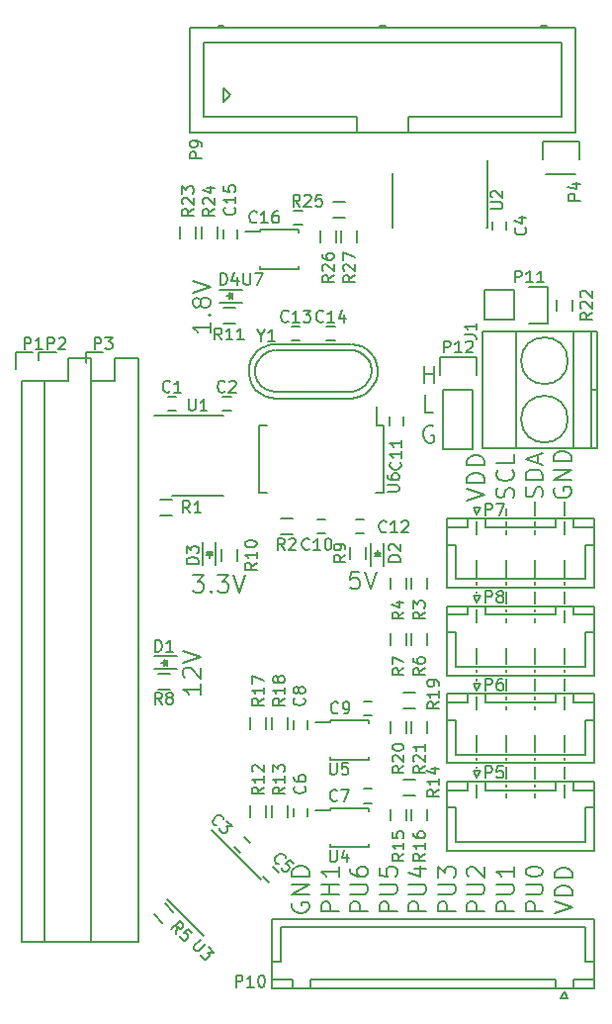
<source format=gto>
G04 #@! TF.FileFunction,Legend,Top*
%FSLAX46Y46*%
G04 Gerber Fmt 4.6, Leading zero omitted, Abs format (unit mm)*
G04 Created by KiCad (PCBNEW 4.0.4-stable) date 12/18/16 13:30:46*
%MOMM*%
%LPD*%
G01*
G04 APERTURE LIST*
%ADD10C,0.100000*%
%ADD11C,0.200000*%
%ADD12C,0.150000*%
%ADD13R,0.450000X1.750000*%
%ADD14R,1.350000X1.350000*%
%ADD15C,1.350000*%
%ADD16R,0.800000X0.750000*%
%ADD17R,0.750000X0.800000*%
%ADD18R,0.797560X0.797560*%
%ADD19R,2.235200X2.235200*%
%ADD20R,2.032000X2.032000*%
%ADD21O,2.032000X2.032000*%
%ADD22R,2.032000X1.727200*%
%ADD23O,2.032000X1.727200*%
%ADD24R,0.500000X0.900000*%
%ADD25R,0.900000X0.500000*%
%ADD26R,1.450000X0.450000*%
%ADD27R,0.400000X1.100000*%
%ADD28R,1.750000X1.750000*%
%ADD29C,1.750000*%
%ADD30R,2.500000X2.500000*%
%ADD31C,2.500000*%
%ADD32C,1.501140*%
%ADD33R,1.700000X1.700000*%
%ADD34C,1.700000*%
G04 APERTURE END LIST*
D10*
D11*
X141735715Y-97728571D02*
X142664286Y-97728571D01*
X142164286Y-98300000D01*
X142378572Y-98300000D01*
X142521429Y-98371429D01*
X142592858Y-98442857D01*
X142664286Y-98585714D01*
X142664286Y-98942857D01*
X142592858Y-99085714D01*
X142521429Y-99157143D01*
X142378572Y-99228571D01*
X141950000Y-99228571D01*
X141807143Y-99157143D01*
X141735715Y-99085714D01*
X143307143Y-99085714D02*
X143378571Y-99157143D01*
X143307143Y-99228571D01*
X143235714Y-99157143D01*
X143307143Y-99085714D01*
X143307143Y-99228571D01*
X143878572Y-97728571D02*
X144807143Y-97728571D01*
X144307143Y-98300000D01*
X144521429Y-98300000D01*
X144664286Y-98371429D01*
X144735715Y-98442857D01*
X144807143Y-98585714D01*
X144807143Y-98942857D01*
X144735715Y-99085714D01*
X144664286Y-99157143D01*
X144521429Y-99228571D01*
X144092857Y-99228571D01*
X143950000Y-99157143D01*
X143878572Y-99085714D01*
X145235714Y-97728571D02*
X145735714Y-99228571D01*
X146235714Y-97728571D01*
X155964287Y-97428571D02*
X155250001Y-97428571D01*
X155178572Y-98142857D01*
X155250001Y-98071429D01*
X155392858Y-98000000D01*
X155750001Y-98000000D01*
X155892858Y-98071429D01*
X155964287Y-98142857D01*
X156035715Y-98285714D01*
X156035715Y-98642857D01*
X155964287Y-98785714D01*
X155892858Y-98857143D01*
X155750001Y-98928571D01*
X155392858Y-98928571D01*
X155250001Y-98857143D01*
X155178572Y-98785714D01*
X156464286Y-97428571D02*
X156964286Y-98928571D01*
X157464286Y-97428571D01*
X142428571Y-107078571D02*
X142428571Y-107935714D01*
X142428571Y-107507142D02*
X140928571Y-107507142D01*
X141142857Y-107649999D01*
X141285714Y-107792857D01*
X141357143Y-107935714D01*
X141071429Y-106507143D02*
X141000000Y-106435714D01*
X140928571Y-106292857D01*
X140928571Y-105935714D01*
X141000000Y-105792857D01*
X141071429Y-105721428D01*
X141214286Y-105650000D01*
X141357143Y-105650000D01*
X141571429Y-105721428D01*
X142428571Y-106578571D01*
X142428571Y-105650000D01*
X140928571Y-105221429D02*
X142428571Y-104721429D01*
X140928571Y-104221429D01*
X143228571Y-76135714D02*
X143228571Y-76992857D01*
X143228571Y-76564285D02*
X141728571Y-76564285D01*
X141942857Y-76707142D01*
X142085714Y-76850000D01*
X142157143Y-76992857D01*
X143085714Y-75492857D02*
X143157143Y-75421429D01*
X143228571Y-75492857D01*
X143157143Y-75564286D01*
X143085714Y-75492857D01*
X143228571Y-75492857D01*
X142371429Y-74564285D02*
X142300000Y-74707143D01*
X142228571Y-74778571D01*
X142085714Y-74850000D01*
X142014286Y-74850000D01*
X141871429Y-74778571D01*
X141800000Y-74707143D01*
X141728571Y-74564285D01*
X141728571Y-74278571D01*
X141800000Y-74135714D01*
X141871429Y-74064285D01*
X142014286Y-73992857D01*
X142085714Y-73992857D01*
X142228571Y-74064285D01*
X142300000Y-74135714D01*
X142371429Y-74278571D01*
X142371429Y-74564285D01*
X142442857Y-74707143D01*
X142514286Y-74778571D01*
X142657143Y-74850000D01*
X142942857Y-74850000D01*
X143085714Y-74778571D01*
X143157143Y-74707143D01*
X143228571Y-74564285D01*
X143228571Y-74278571D01*
X143157143Y-74135714D01*
X143085714Y-74064285D01*
X142942857Y-73992857D01*
X142657143Y-73992857D01*
X142514286Y-74064285D01*
X142442857Y-74135714D01*
X142371429Y-74278571D01*
X141728571Y-73564286D02*
X143228571Y-73064286D01*
X141728571Y-72564286D01*
X162342857Y-85000000D02*
X162200000Y-84928571D01*
X161985714Y-84928571D01*
X161771429Y-85000000D01*
X161628571Y-85142857D01*
X161557143Y-85285714D01*
X161485714Y-85571429D01*
X161485714Y-85785714D01*
X161557143Y-86071429D01*
X161628571Y-86214286D01*
X161771429Y-86357143D01*
X161985714Y-86428571D01*
X162128571Y-86428571D01*
X162342857Y-86357143D01*
X162414286Y-86285714D01*
X162414286Y-85785714D01*
X162128571Y-85785714D01*
X162314286Y-83828571D02*
X161600000Y-83828571D01*
X161600000Y-82328571D01*
X161521429Y-81328571D02*
X161521429Y-79828571D01*
X161521429Y-80542857D02*
X162378572Y-80542857D01*
X162378572Y-81328571D02*
X162378572Y-79828571D01*
X165228571Y-91350000D02*
X166728571Y-90850000D01*
X165228571Y-90350000D01*
X166728571Y-89850000D02*
X165228571Y-89850000D01*
X165228571Y-89492857D01*
X165300000Y-89278572D01*
X165442857Y-89135714D01*
X165585714Y-89064286D01*
X165871429Y-88992857D01*
X166085714Y-88992857D01*
X166371429Y-89064286D01*
X166514286Y-89135714D01*
X166657143Y-89278572D01*
X166728571Y-89492857D01*
X166728571Y-89850000D01*
X166728571Y-88350000D02*
X165228571Y-88350000D01*
X165228571Y-87992857D01*
X165300000Y-87778572D01*
X165442857Y-87635714D01*
X165585714Y-87564286D01*
X165871429Y-87492857D01*
X166085714Y-87492857D01*
X166371429Y-87564286D01*
X166514286Y-87635714D01*
X166657143Y-87778572D01*
X166728571Y-87992857D01*
X166728571Y-88350000D01*
X156728571Y-126542857D02*
X155228571Y-126542857D01*
X155228571Y-125971429D01*
X155300000Y-125828571D01*
X155371429Y-125757143D01*
X155514286Y-125685714D01*
X155728571Y-125685714D01*
X155871429Y-125757143D01*
X155942857Y-125828571D01*
X156014286Y-125971429D01*
X156014286Y-126542857D01*
X155228571Y-125042857D02*
X156442857Y-125042857D01*
X156585714Y-124971429D01*
X156657143Y-124900000D01*
X156728571Y-124757143D01*
X156728571Y-124471429D01*
X156657143Y-124328571D01*
X156585714Y-124257143D01*
X156442857Y-124185714D01*
X155228571Y-124185714D01*
X155228571Y-122828571D02*
X155228571Y-123114285D01*
X155300000Y-123257142D01*
X155371429Y-123328571D01*
X155585714Y-123471428D01*
X155871429Y-123542857D01*
X156442857Y-123542857D01*
X156585714Y-123471428D01*
X156657143Y-123400000D01*
X156728571Y-123257142D01*
X156728571Y-122971428D01*
X156657143Y-122828571D01*
X156585714Y-122757142D01*
X156442857Y-122685714D01*
X156085714Y-122685714D01*
X155942857Y-122757142D01*
X155871429Y-122828571D01*
X155800000Y-122971428D01*
X155800000Y-123257142D01*
X155871429Y-123400000D01*
X155942857Y-123471428D01*
X156085714Y-123542857D01*
X161728571Y-126542857D02*
X160228571Y-126542857D01*
X160228571Y-125971429D01*
X160300000Y-125828571D01*
X160371429Y-125757143D01*
X160514286Y-125685714D01*
X160728571Y-125685714D01*
X160871429Y-125757143D01*
X160942857Y-125828571D01*
X161014286Y-125971429D01*
X161014286Y-126542857D01*
X160228571Y-125042857D02*
X161442857Y-125042857D01*
X161585714Y-124971429D01*
X161657143Y-124900000D01*
X161728571Y-124757143D01*
X161728571Y-124471429D01*
X161657143Y-124328571D01*
X161585714Y-124257143D01*
X161442857Y-124185714D01*
X160228571Y-124185714D01*
X160728571Y-122828571D02*
X161728571Y-122828571D01*
X160157143Y-123185714D02*
X161228571Y-123542857D01*
X161228571Y-122614285D01*
X166728571Y-126542857D02*
X165228571Y-126542857D01*
X165228571Y-125971429D01*
X165300000Y-125828571D01*
X165371429Y-125757143D01*
X165514286Y-125685714D01*
X165728571Y-125685714D01*
X165871429Y-125757143D01*
X165942857Y-125828571D01*
X166014286Y-125971429D01*
X166014286Y-126542857D01*
X165228571Y-125042857D02*
X166442857Y-125042857D01*
X166585714Y-124971429D01*
X166657143Y-124900000D01*
X166728571Y-124757143D01*
X166728571Y-124471429D01*
X166657143Y-124328571D01*
X166585714Y-124257143D01*
X166442857Y-124185714D01*
X165228571Y-124185714D01*
X165371429Y-123542857D02*
X165300000Y-123471428D01*
X165228571Y-123328571D01*
X165228571Y-122971428D01*
X165300000Y-122828571D01*
X165371429Y-122757142D01*
X165514286Y-122685714D01*
X165657143Y-122685714D01*
X165871429Y-122757142D01*
X166728571Y-123614285D01*
X166728571Y-122685714D01*
X171728571Y-126542857D02*
X170228571Y-126542857D01*
X170228571Y-125971429D01*
X170300000Y-125828571D01*
X170371429Y-125757143D01*
X170514286Y-125685714D01*
X170728571Y-125685714D01*
X170871429Y-125757143D01*
X170942857Y-125828571D01*
X171014286Y-125971429D01*
X171014286Y-126542857D01*
X170228571Y-125042857D02*
X171442857Y-125042857D01*
X171585714Y-124971429D01*
X171657143Y-124900000D01*
X171728571Y-124757143D01*
X171728571Y-124471429D01*
X171657143Y-124328571D01*
X171585714Y-124257143D01*
X171442857Y-124185714D01*
X170228571Y-124185714D01*
X170228571Y-123185714D02*
X170228571Y-123042857D01*
X170300000Y-122900000D01*
X170371429Y-122828571D01*
X170514286Y-122757142D01*
X170800000Y-122685714D01*
X171157143Y-122685714D01*
X171442857Y-122757142D01*
X171585714Y-122828571D01*
X171657143Y-122900000D01*
X171728571Y-123042857D01*
X171728571Y-123185714D01*
X171657143Y-123328571D01*
X171585714Y-123400000D01*
X171442857Y-123471428D01*
X171157143Y-123542857D01*
X170800000Y-123542857D01*
X170514286Y-123471428D01*
X170371429Y-123400000D01*
X170300000Y-123328571D01*
X170228571Y-123185714D01*
X169228571Y-126542857D02*
X167728571Y-126542857D01*
X167728571Y-125971429D01*
X167800000Y-125828571D01*
X167871429Y-125757143D01*
X168014286Y-125685714D01*
X168228571Y-125685714D01*
X168371429Y-125757143D01*
X168442857Y-125828571D01*
X168514286Y-125971429D01*
X168514286Y-126542857D01*
X167728571Y-125042857D02*
X168942857Y-125042857D01*
X169085714Y-124971429D01*
X169157143Y-124900000D01*
X169228571Y-124757143D01*
X169228571Y-124471429D01*
X169157143Y-124328571D01*
X169085714Y-124257143D01*
X168942857Y-124185714D01*
X167728571Y-124185714D01*
X169228571Y-122685714D02*
X169228571Y-123542857D01*
X169228571Y-123114285D02*
X167728571Y-123114285D01*
X167942857Y-123257142D01*
X168085714Y-123400000D01*
X168157143Y-123542857D01*
X164228571Y-126542857D02*
X162728571Y-126542857D01*
X162728571Y-125971429D01*
X162800000Y-125828571D01*
X162871429Y-125757143D01*
X163014286Y-125685714D01*
X163228571Y-125685714D01*
X163371429Y-125757143D01*
X163442857Y-125828571D01*
X163514286Y-125971429D01*
X163514286Y-126542857D01*
X162728571Y-125042857D02*
X163942857Y-125042857D01*
X164085714Y-124971429D01*
X164157143Y-124900000D01*
X164228571Y-124757143D01*
X164228571Y-124471429D01*
X164157143Y-124328571D01*
X164085714Y-124257143D01*
X163942857Y-124185714D01*
X162728571Y-124185714D01*
X162728571Y-123614285D02*
X162728571Y-122685714D01*
X163300000Y-123185714D01*
X163300000Y-122971428D01*
X163371429Y-122828571D01*
X163442857Y-122757142D01*
X163585714Y-122685714D01*
X163942857Y-122685714D01*
X164085714Y-122757142D01*
X164157143Y-122828571D01*
X164228571Y-122971428D01*
X164228571Y-123400000D01*
X164157143Y-123542857D01*
X164085714Y-123614285D01*
X159228571Y-126542857D02*
X157728571Y-126542857D01*
X157728571Y-125971429D01*
X157800000Y-125828571D01*
X157871429Y-125757143D01*
X158014286Y-125685714D01*
X158228571Y-125685714D01*
X158371429Y-125757143D01*
X158442857Y-125828571D01*
X158514286Y-125971429D01*
X158514286Y-126542857D01*
X157728571Y-125042857D02*
X158942857Y-125042857D01*
X159085714Y-124971429D01*
X159157143Y-124900000D01*
X159228571Y-124757143D01*
X159228571Y-124471429D01*
X159157143Y-124328571D01*
X159085714Y-124257143D01*
X158942857Y-124185714D01*
X157728571Y-124185714D01*
X157728571Y-122757142D02*
X157728571Y-123471428D01*
X158442857Y-123542857D01*
X158371429Y-123471428D01*
X158300000Y-123328571D01*
X158300000Y-122971428D01*
X158371429Y-122828571D01*
X158442857Y-122757142D01*
X158585714Y-122685714D01*
X158942857Y-122685714D01*
X159085714Y-122757142D01*
X159157143Y-122828571D01*
X159228571Y-122971428D01*
X159228571Y-123328571D01*
X159157143Y-123471428D01*
X159085714Y-123542857D01*
X154228571Y-126542857D02*
X152728571Y-126542857D01*
X152728571Y-125971429D01*
X152800000Y-125828571D01*
X152871429Y-125757143D01*
X153014286Y-125685714D01*
X153228571Y-125685714D01*
X153371429Y-125757143D01*
X153442857Y-125828571D01*
X153514286Y-125971429D01*
X153514286Y-126542857D01*
X154228571Y-125042857D02*
X152728571Y-125042857D01*
X153442857Y-125042857D02*
X153442857Y-124185714D01*
X154228571Y-124185714D02*
X152728571Y-124185714D01*
X154228571Y-122685714D02*
X154228571Y-123542857D01*
X154228571Y-123114285D02*
X152728571Y-123114285D01*
X152942857Y-123257142D01*
X153085714Y-123400000D01*
X153157143Y-123542857D01*
X150300000Y-125792857D02*
X150228571Y-125935714D01*
X150228571Y-126150000D01*
X150300000Y-126364285D01*
X150442857Y-126507143D01*
X150585714Y-126578571D01*
X150871429Y-126650000D01*
X151085714Y-126650000D01*
X151371429Y-126578571D01*
X151514286Y-126507143D01*
X151657143Y-126364285D01*
X151728571Y-126150000D01*
X151728571Y-126007143D01*
X151657143Y-125792857D01*
X151585714Y-125721428D01*
X151085714Y-125721428D01*
X151085714Y-126007143D01*
X151728571Y-125078571D02*
X150228571Y-125078571D01*
X151728571Y-124221428D01*
X150228571Y-124221428D01*
X151728571Y-123507142D02*
X150228571Y-123507142D01*
X150228571Y-123149999D01*
X150300000Y-122935714D01*
X150442857Y-122792856D01*
X150585714Y-122721428D01*
X150871429Y-122649999D01*
X151085714Y-122649999D01*
X151371429Y-122721428D01*
X151514286Y-122792856D01*
X151657143Y-122935714D01*
X151728571Y-123149999D01*
X151728571Y-123507142D01*
X172728571Y-126650000D02*
X174228571Y-126150000D01*
X172728571Y-125650000D01*
X174228571Y-125150000D02*
X172728571Y-125150000D01*
X172728571Y-124792857D01*
X172800000Y-124578572D01*
X172942857Y-124435714D01*
X173085714Y-124364286D01*
X173371429Y-124292857D01*
X173585714Y-124292857D01*
X173871429Y-124364286D01*
X174014286Y-124435714D01*
X174157143Y-124578572D01*
X174228571Y-124792857D01*
X174228571Y-125150000D01*
X174228571Y-123650000D02*
X172728571Y-123650000D01*
X172728571Y-123292857D01*
X172800000Y-123078572D01*
X172942857Y-122935714D01*
X173085714Y-122864286D01*
X173371429Y-122792857D01*
X173585714Y-122792857D01*
X173871429Y-122864286D01*
X174014286Y-122935714D01*
X174157143Y-123078572D01*
X174228571Y-123292857D01*
X174228571Y-123650000D01*
X166050000Y-115650000D02*
X166050000Y-116750000D01*
X166050000Y-114150000D02*
X166050000Y-114250000D01*
X166050000Y-113350000D02*
X166050000Y-113550000D01*
X166050000Y-111450000D02*
X166050000Y-112850000D01*
X166050000Y-108150000D02*
X166050000Y-109250000D01*
X166050000Y-106650000D02*
X166050000Y-106750000D01*
X166050000Y-105850000D02*
X166050000Y-106050000D01*
X166050000Y-103950000D02*
X166050000Y-105350000D01*
X166050000Y-100650000D02*
X166050000Y-101750000D01*
X166050000Y-99150000D02*
X166050000Y-99250000D01*
X166050000Y-98350000D02*
X166050000Y-98550000D01*
X166050000Y-96450000D02*
X166050000Y-97850000D01*
X168550000Y-116450000D02*
X168550000Y-116750000D01*
X168550000Y-115650000D02*
X168550000Y-115850000D01*
X168550000Y-114150000D02*
X168550000Y-115150000D01*
X168550000Y-113350000D02*
X168550000Y-113550000D01*
X168550000Y-111450000D02*
X168550000Y-112850000D01*
X168550000Y-108950000D02*
X168550000Y-109250000D01*
X168550000Y-108150000D02*
X168550000Y-108350000D01*
X168550000Y-106650000D02*
X168550000Y-107650000D01*
X168550000Y-105850000D02*
X168550000Y-106050000D01*
X168550000Y-103950000D02*
X168550000Y-105350000D01*
X168550000Y-101450000D02*
X168550000Y-101750000D01*
X168550000Y-100650000D02*
X168550000Y-100850000D01*
X168550000Y-99150000D02*
X168550000Y-100150000D01*
X168550000Y-98350000D02*
X168550000Y-98550000D01*
X168550000Y-96450000D02*
X168550000Y-97850000D01*
X171050000Y-116450000D02*
X171050000Y-116750000D01*
X171050000Y-115650000D02*
X171050000Y-115850000D01*
X171050000Y-114150000D02*
X171050000Y-115150000D01*
X171050000Y-113350000D02*
X171050000Y-113550000D01*
X171050000Y-111450000D02*
X171050000Y-112850000D01*
X171050000Y-108950000D02*
X171050000Y-109250000D01*
X171050000Y-108150000D02*
X171050000Y-108350000D01*
X171050000Y-106650000D02*
X171050000Y-107650000D01*
X171050000Y-105850000D02*
X171050000Y-106050000D01*
X171050000Y-103950000D02*
X171050000Y-105350000D01*
X171050000Y-101450000D02*
X171050000Y-101750000D01*
X171050000Y-100650000D02*
X171050000Y-100850000D01*
X171050000Y-99150000D02*
X171050000Y-100150000D01*
X171050000Y-98350000D02*
X171050000Y-98550000D01*
X171050000Y-96450000D02*
X171050000Y-97850000D01*
X173550000Y-115650000D02*
X173550000Y-116750000D01*
X173550000Y-114150000D02*
X173550000Y-115150000D01*
X173550000Y-113350000D02*
X173550000Y-113550000D01*
X173550000Y-111450000D02*
X173550000Y-112850000D01*
X173550000Y-108150000D02*
X173550000Y-109250000D01*
X173550000Y-106650000D02*
X173550000Y-107650000D01*
X173550000Y-105850000D02*
X173550000Y-106050000D01*
X173550000Y-103950000D02*
X173550000Y-105350000D01*
X173550000Y-100750000D02*
X173550000Y-101750000D01*
X173550000Y-99150000D02*
X173550000Y-100150000D01*
X173550000Y-98350000D02*
X173550000Y-98550000D01*
X173550000Y-96450000D02*
X173550000Y-97850000D01*
X166050000Y-94250000D02*
X166050000Y-93150000D01*
X168550000Y-92650000D02*
X168550000Y-92050000D01*
X168550000Y-93450000D02*
X168550000Y-93150000D01*
X168550000Y-94250000D02*
X168550000Y-93950000D01*
X171050000Y-92650000D02*
X171050000Y-91450000D01*
X171050000Y-93450000D02*
X171050000Y-93150000D01*
X171050000Y-94250000D02*
X171050000Y-93950000D01*
X173550000Y-92650000D02*
X173550000Y-91450000D01*
X173550000Y-93150000D02*
X173550000Y-94250000D01*
X169157143Y-91135714D02*
X169228571Y-90921428D01*
X169228571Y-90564285D01*
X169157143Y-90421428D01*
X169085714Y-90349999D01*
X168942857Y-90278571D01*
X168800000Y-90278571D01*
X168657143Y-90349999D01*
X168585714Y-90421428D01*
X168514286Y-90564285D01*
X168442857Y-90849999D01*
X168371429Y-90992857D01*
X168300000Y-91064285D01*
X168157143Y-91135714D01*
X168014286Y-91135714D01*
X167871429Y-91064285D01*
X167800000Y-90992857D01*
X167728571Y-90849999D01*
X167728571Y-90492857D01*
X167800000Y-90278571D01*
X169085714Y-88778571D02*
X169157143Y-88850000D01*
X169228571Y-89064286D01*
X169228571Y-89207143D01*
X169157143Y-89421428D01*
X169014286Y-89564286D01*
X168871429Y-89635714D01*
X168585714Y-89707143D01*
X168371429Y-89707143D01*
X168085714Y-89635714D01*
X167942857Y-89564286D01*
X167800000Y-89421428D01*
X167728571Y-89207143D01*
X167728571Y-89064286D01*
X167800000Y-88850000D01*
X167871429Y-88778571D01*
X169228571Y-87421428D02*
X169228571Y-88135714D01*
X167728571Y-88135714D01*
X171657143Y-91071428D02*
X171728571Y-90857142D01*
X171728571Y-90499999D01*
X171657143Y-90357142D01*
X171585714Y-90285713D01*
X171442857Y-90214285D01*
X171300000Y-90214285D01*
X171157143Y-90285713D01*
X171085714Y-90357142D01*
X171014286Y-90499999D01*
X170942857Y-90785713D01*
X170871429Y-90928571D01*
X170800000Y-90999999D01*
X170657143Y-91071428D01*
X170514286Y-91071428D01*
X170371429Y-90999999D01*
X170300000Y-90928571D01*
X170228571Y-90785713D01*
X170228571Y-90428571D01*
X170300000Y-90214285D01*
X171728571Y-89571428D02*
X170228571Y-89571428D01*
X170228571Y-89214285D01*
X170300000Y-89000000D01*
X170442857Y-88857142D01*
X170585714Y-88785714D01*
X170871429Y-88714285D01*
X171085714Y-88714285D01*
X171371429Y-88785714D01*
X171514286Y-88857142D01*
X171657143Y-89000000D01*
X171728571Y-89214285D01*
X171728571Y-89571428D01*
X171300000Y-88142857D02*
X171300000Y-87428571D01*
X171728571Y-88285714D02*
X170228571Y-87785714D01*
X171728571Y-87285714D01*
X172700000Y-90292857D02*
X172628571Y-90435714D01*
X172628571Y-90650000D01*
X172700000Y-90864285D01*
X172842857Y-91007143D01*
X172985714Y-91078571D01*
X173271429Y-91150000D01*
X173485714Y-91150000D01*
X173771429Y-91078571D01*
X173914286Y-91007143D01*
X174057143Y-90864285D01*
X174128571Y-90650000D01*
X174128571Y-90507143D01*
X174057143Y-90292857D01*
X173985714Y-90221428D01*
X173485714Y-90221428D01*
X173485714Y-90507143D01*
X174128571Y-89578571D02*
X172628571Y-89578571D01*
X174128571Y-88721428D01*
X172628571Y-88721428D01*
X174128571Y-88007142D02*
X172628571Y-88007142D01*
X172628571Y-87649999D01*
X172700000Y-87435714D01*
X172842857Y-87292856D01*
X172985714Y-87221428D01*
X173271429Y-87149999D01*
X173485714Y-87149999D01*
X173771429Y-87221428D01*
X173914286Y-87292856D01*
X174057143Y-87435714D01*
X174128571Y-87649999D01*
X174128571Y-88007142D01*
D12*
X158075000Y-84925000D02*
X157500000Y-84925000D01*
X158075000Y-90675000D02*
X157425000Y-90675000D01*
X147425000Y-90675000D02*
X148075000Y-90675000D01*
X147425000Y-84925000D02*
X148075000Y-84925000D01*
X158075000Y-84925000D02*
X158075000Y-90675000D01*
X147425000Y-84925000D02*
X147425000Y-90675000D01*
X157500000Y-84925000D02*
X157500000Y-83325000D01*
X133050000Y-81150000D02*
X135050000Y-81150000D01*
X135050000Y-81150000D02*
X135050000Y-79150000D01*
X135050000Y-79150000D02*
X137050000Y-79150000D01*
X137050000Y-79150000D02*
X137050000Y-81150000D01*
X137050000Y-81150000D02*
X137050000Y-129150000D01*
X137050000Y-129150000D02*
X133050000Y-129150000D01*
X133050000Y-129150000D02*
X133050000Y-81150000D01*
X132550000Y-80150000D02*
X132550000Y-78650000D01*
X132550000Y-78650000D02*
X134050000Y-78650000D01*
X144300000Y-82450000D02*
X145000000Y-82450000D01*
X145000000Y-83650000D02*
X144300000Y-83650000D01*
X139537169Y-125516206D02*
X142683794Y-128662831D01*
X143337868Y-119558831D02*
X147562831Y-123783794D01*
X139600000Y-82450000D02*
X140300000Y-82450000D01*
X140300000Y-83650000D02*
X139600000Y-83650000D01*
X145773223Y-121521751D02*
X145278249Y-121026777D01*
X146126777Y-120178249D02*
X146621751Y-120673223D01*
X168550000Y-67500000D02*
X168550000Y-68200000D01*
X167350000Y-68200000D02*
X167350000Y-67500000D01*
X148626777Y-122678249D02*
X149121751Y-123173223D01*
X148273223Y-124021751D02*
X147778249Y-123526777D01*
X152400000Y-92950000D02*
X153100000Y-92950000D01*
X153100000Y-94150000D02*
X152400000Y-94150000D01*
X159750000Y-84200000D02*
X159750000Y-84900000D01*
X158550000Y-84900000D02*
X158550000Y-84200000D01*
X155700000Y-92950000D02*
X156400000Y-92950000D01*
X156400000Y-94150000D02*
X155700000Y-94150000D01*
X150900000Y-77650000D02*
X150200000Y-77650000D01*
X150200000Y-76450000D02*
X150900000Y-76450000D01*
X153200000Y-76450000D02*
X153900000Y-76450000D01*
X153900000Y-77650000D02*
X153200000Y-77650000D01*
X140350000Y-104700000D02*
X138450000Y-104700000D01*
X140350000Y-105800000D02*
X138450000Y-105800000D01*
X139450000Y-105250000D02*
X139000000Y-105250000D01*
X139500000Y-105500000D02*
X139500000Y-105000000D01*
X139500000Y-105250000D02*
X139250000Y-105500000D01*
X139250000Y-105500000D02*
X139250000Y-105000000D01*
X139250000Y-105000000D02*
X139500000Y-105250000D01*
X158100000Y-96950000D02*
X158100000Y-95050000D01*
X157000000Y-96950000D02*
X157000000Y-95050000D01*
X157550000Y-96050000D02*
X157550000Y-95600000D01*
X157300000Y-96100000D02*
X157800000Y-96100000D01*
X157550000Y-96100000D02*
X157300000Y-95850000D01*
X157300000Y-95850000D02*
X157800000Y-95850000D01*
X157800000Y-95850000D02*
X157550000Y-96100000D01*
X142600000Y-94950000D02*
X142600000Y-96850000D01*
X143700000Y-94950000D02*
X143700000Y-96850000D01*
X143150000Y-95850000D02*
X143150000Y-96300000D01*
X143400000Y-95800000D02*
X142900000Y-95800000D01*
X143150000Y-95800000D02*
X143400000Y-96050000D01*
X143400000Y-96050000D02*
X142900000Y-96050000D01*
X142900000Y-96050000D02*
X143150000Y-95800000D01*
X145950000Y-73300000D02*
X144050000Y-73300000D01*
X145950000Y-74400000D02*
X144050000Y-74400000D01*
X145050000Y-73850000D02*
X144600000Y-73850000D01*
X145100000Y-74100000D02*
X145100000Y-73600000D01*
X145100000Y-73850000D02*
X144850000Y-74100000D01*
X144850000Y-74100000D02*
X144850000Y-73600000D01*
X144850000Y-73600000D02*
X145100000Y-73850000D01*
X127050000Y-81150000D02*
X129050000Y-81150000D01*
X129050000Y-81150000D02*
X129050000Y-129150000D01*
X129050000Y-129150000D02*
X127050000Y-129150000D01*
X127050000Y-129150000D02*
X127050000Y-81150000D01*
X126550000Y-80150000D02*
X126550000Y-78650000D01*
X126550000Y-78650000D02*
X128050000Y-78650000D01*
X129050000Y-81150000D02*
X131050000Y-81150000D01*
X131050000Y-81150000D02*
X131050000Y-79150000D01*
X131050000Y-79150000D02*
X133050000Y-79150000D01*
X133050000Y-79150000D02*
X133050000Y-81150000D01*
X133050000Y-81150000D02*
X133050000Y-129150000D01*
X133050000Y-129150000D02*
X129050000Y-129150000D01*
X129050000Y-129150000D02*
X129050000Y-81150000D01*
X128550000Y-80150000D02*
X128550000Y-78650000D01*
X128550000Y-78650000D02*
X130050000Y-78650000D01*
X174800000Y-60600000D02*
X174800000Y-62150000D01*
X171700000Y-62150000D02*
X171700000Y-60600000D01*
X171700000Y-60600000D02*
X174800000Y-60600000D01*
X171980000Y-63420000D02*
X174520000Y-63420000D01*
X169280000Y-75920000D02*
X166740000Y-75920000D01*
X172100000Y-76200000D02*
X170550000Y-76200000D01*
X169280000Y-75920000D02*
X169280000Y-73380000D01*
X170550000Y-73100000D02*
X172100000Y-73100000D01*
X172100000Y-73100000D02*
X172100000Y-76200000D01*
X169280000Y-73380000D02*
X166740000Y-73380000D01*
X166740000Y-73380000D02*
X166740000Y-75920000D01*
X163180000Y-81880000D02*
X163180000Y-86960000D01*
X163180000Y-86960000D02*
X165720000Y-86960000D01*
X165720000Y-86960000D02*
X165720000Y-81880000D01*
X166000000Y-79060000D02*
X166000000Y-80610000D01*
X165720000Y-81880000D02*
X163180000Y-81880000D01*
X162900000Y-80610000D02*
X162900000Y-79060000D01*
X162900000Y-79060000D02*
X166000000Y-79060000D01*
X139950000Y-92625000D02*
X138950000Y-92625000D01*
X138950000Y-91275000D02*
X139950000Y-91275000D01*
X150250000Y-94225000D02*
X149250000Y-94225000D01*
X149250000Y-92875000D02*
X150250000Y-92875000D01*
X160475000Y-98950000D02*
X160475000Y-97950000D01*
X161825000Y-97950000D02*
X161825000Y-98950000D01*
X158675000Y-98950000D02*
X158675000Y-97950000D01*
X160025000Y-97950000D02*
X160025000Y-98950000D01*
X139373744Y-125849480D02*
X140080850Y-126556586D01*
X139126256Y-127511180D02*
X138419150Y-126804074D01*
X160475000Y-103750000D02*
X160475000Y-102750000D01*
X161825000Y-102750000D02*
X161825000Y-103750000D01*
X158675000Y-103750000D02*
X158675000Y-102750000D01*
X160025000Y-102750000D02*
X160025000Y-103750000D01*
X138750000Y-106175000D02*
X139750000Y-106175000D01*
X139750000Y-107525000D02*
X138750000Y-107525000D01*
X156525000Y-95350000D02*
X156525000Y-96350000D01*
X155175000Y-96350000D02*
X155175000Y-95350000D01*
X144175000Y-96550000D02*
X144175000Y-95550000D01*
X145525000Y-95550000D02*
X145525000Y-96550000D01*
X144350000Y-74875000D02*
X145350000Y-74875000D01*
X145350000Y-76225000D02*
X144350000Y-76225000D01*
X146675000Y-118450000D02*
X146675000Y-117450000D01*
X148025000Y-117450000D02*
X148025000Y-118450000D01*
X149825000Y-117450000D02*
X149825000Y-118450000D01*
X148475000Y-118450000D02*
X148475000Y-117450000D01*
X158675000Y-118750000D02*
X158675000Y-117750000D01*
X160025000Y-117750000D02*
X160025000Y-118750000D01*
X160475000Y-118750000D02*
X160475000Y-117750000D01*
X161825000Y-117750000D02*
X161825000Y-118750000D01*
X146675000Y-110950000D02*
X146675000Y-109950000D01*
X148025000Y-109950000D02*
X148025000Y-110950000D01*
X149825000Y-109950000D02*
X149825000Y-110950000D01*
X148475000Y-110950000D02*
X148475000Y-109950000D01*
X158675000Y-111250000D02*
X158675000Y-110250000D01*
X160025000Y-110250000D02*
X160025000Y-111250000D01*
X160475000Y-111250000D02*
X160475000Y-110250000D01*
X161825000Y-110250000D02*
X161825000Y-111250000D01*
X172875000Y-75150000D02*
X172875000Y-74150000D01*
X174225000Y-74150000D02*
X174225000Y-75150000D01*
X140675000Y-68950000D02*
X140675000Y-67950000D01*
X142025000Y-67950000D02*
X142025000Y-68950000D01*
X143825000Y-67950000D02*
X143825000Y-68950000D01*
X142475000Y-68950000D02*
X142475000Y-67950000D01*
X152675000Y-69250000D02*
X152675000Y-68250000D01*
X154025000Y-68250000D02*
X154025000Y-69250000D01*
X154475000Y-69250000D02*
X154475000Y-68250000D01*
X155825000Y-68250000D02*
X155825000Y-69250000D01*
X139925000Y-90970000D02*
X144375000Y-90970000D01*
X138400000Y-84070000D02*
X144375000Y-84070000D01*
X166875000Y-67975000D02*
X166850000Y-67975000D01*
X158825000Y-67975000D02*
X158850000Y-67975000D01*
X158825000Y-63325000D02*
X158850000Y-63325000D01*
X166925000Y-62250000D02*
X166925000Y-67975000D01*
X158825000Y-63325000D02*
X158825000Y-67975000D01*
X151550000Y-117700000D02*
X151550000Y-118400000D01*
X150350000Y-118400000D02*
X150350000Y-117700000D01*
X156400000Y-116050000D02*
X157100000Y-116050000D01*
X157100000Y-117250000D02*
X156400000Y-117250000D01*
X151550000Y-110200000D02*
X151550000Y-110900000D01*
X150350000Y-110900000D02*
X150350000Y-110200000D01*
X156400000Y-108550000D02*
X157100000Y-108550000D01*
X157100000Y-109750000D02*
X156400000Y-109750000D01*
X145550000Y-68200000D02*
X145550000Y-68900000D01*
X144350000Y-68900000D02*
X144350000Y-68200000D01*
X150400000Y-66550000D02*
X151100000Y-66550000D01*
X151100000Y-67750000D02*
X150400000Y-67750000D01*
X159750000Y-115275000D02*
X160750000Y-115275000D01*
X160750000Y-116625000D02*
X159750000Y-116625000D01*
X159750000Y-107775000D02*
X160750000Y-107775000D01*
X160750000Y-109125000D02*
X159750000Y-109125000D01*
X153750000Y-65775000D02*
X154750000Y-65775000D01*
X154750000Y-67125000D02*
X153750000Y-67125000D01*
X153475000Y-117675000D02*
X153475000Y-117850000D01*
X156825000Y-117675000D02*
X156825000Y-117925000D01*
X156825000Y-121025000D02*
X156825000Y-120775000D01*
X153475000Y-121025000D02*
X153475000Y-120775000D01*
X153475000Y-117675000D02*
X156825000Y-117675000D01*
X153475000Y-121025000D02*
X156825000Y-121025000D01*
X153475000Y-117850000D02*
X152225000Y-117850000D01*
X153475000Y-110175000D02*
X153475000Y-110350000D01*
X156825000Y-110175000D02*
X156825000Y-110425000D01*
X156825000Y-113525000D02*
X156825000Y-113275000D01*
X153475000Y-113525000D02*
X153475000Y-113275000D01*
X153475000Y-110175000D02*
X156825000Y-110175000D01*
X153475000Y-113525000D02*
X156825000Y-113525000D01*
X153475000Y-110350000D02*
X152225000Y-110350000D01*
X147475000Y-68175000D02*
X147475000Y-68350000D01*
X150825000Y-68175000D02*
X150825000Y-68425000D01*
X150825000Y-71525000D02*
X150825000Y-71275000D01*
X147475000Y-71525000D02*
X147475000Y-71275000D01*
X147475000Y-68175000D02*
X150825000Y-68175000D01*
X147475000Y-71525000D02*
X150825000Y-71525000D01*
X147475000Y-68350000D02*
X146225000Y-68350000D01*
X163500000Y-115400000D02*
X163500000Y-121350000D01*
X163500000Y-121350000D02*
X176100000Y-121350000D01*
X176100000Y-121350000D02*
X176100000Y-115400000D01*
X176100000Y-115400000D02*
X163500000Y-115400000D01*
X166800000Y-115400000D02*
X166800000Y-116150000D01*
X166800000Y-116150000D02*
X172800000Y-116150000D01*
X172800000Y-116150000D02*
X172800000Y-115400000D01*
X172800000Y-115400000D02*
X166800000Y-115400000D01*
X163500000Y-115400000D02*
X163500000Y-116150000D01*
X163500000Y-116150000D02*
X165300000Y-116150000D01*
X165300000Y-116150000D02*
X165300000Y-115400000D01*
X165300000Y-115400000D02*
X163500000Y-115400000D01*
X174300000Y-115400000D02*
X174300000Y-116150000D01*
X174300000Y-116150000D02*
X176100000Y-116150000D01*
X176100000Y-116150000D02*
X176100000Y-115400000D01*
X176100000Y-115400000D02*
X174300000Y-115400000D01*
X163500000Y-117650000D02*
X164250000Y-117650000D01*
X164250000Y-117650000D02*
X164250000Y-120600000D01*
X164250000Y-120600000D02*
X169800000Y-120600000D01*
X176100000Y-117650000D02*
X175350000Y-117650000D01*
X175350000Y-117650000D02*
X175350000Y-120600000D01*
X175350000Y-120600000D02*
X169800000Y-120600000D01*
X166050000Y-115100000D02*
X165750000Y-114500000D01*
X165750000Y-114500000D02*
X166350000Y-114500000D01*
X166350000Y-114500000D02*
X166050000Y-115100000D01*
X163500000Y-107900000D02*
X163500000Y-113850000D01*
X163500000Y-113850000D02*
X176100000Y-113850000D01*
X176100000Y-113850000D02*
X176100000Y-107900000D01*
X176100000Y-107900000D02*
X163500000Y-107900000D01*
X166800000Y-107900000D02*
X166800000Y-108650000D01*
X166800000Y-108650000D02*
X172800000Y-108650000D01*
X172800000Y-108650000D02*
X172800000Y-107900000D01*
X172800000Y-107900000D02*
X166800000Y-107900000D01*
X163500000Y-107900000D02*
X163500000Y-108650000D01*
X163500000Y-108650000D02*
X165300000Y-108650000D01*
X165300000Y-108650000D02*
X165300000Y-107900000D01*
X165300000Y-107900000D02*
X163500000Y-107900000D01*
X174300000Y-107900000D02*
X174300000Y-108650000D01*
X174300000Y-108650000D02*
X176100000Y-108650000D01*
X176100000Y-108650000D02*
X176100000Y-107900000D01*
X176100000Y-107900000D02*
X174300000Y-107900000D01*
X163500000Y-110150000D02*
X164250000Y-110150000D01*
X164250000Y-110150000D02*
X164250000Y-113100000D01*
X164250000Y-113100000D02*
X169800000Y-113100000D01*
X176100000Y-110150000D02*
X175350000Y-110150000D01*
X175350000Y-110150000D02*
X175350000Y-113100000D01*
X175350000Y-113100000D02*
X169800000Y-113100000D01*
X166050000Y-107600000D02*
X165750000Y-107000000D01*
X165750000Y-107000000D02*
X166350000Y-107000000D01*
X166350000Y-107000000D02*
X166050000Y-107600000D01*
X163500000Y-92900000D02*
X163500000Y-98850000D01*
X163500000Y-98850000D02*
X176100000Y-98850000D01*
X176100000Y-98850000D02*
X176100000Y-92900000D01*
X176100000Y-92900000D02*
X163500000Y-92900000D01*
X166800000Y-92900000D02*
X166800000Y-93650000D01*
X166800000Y-93650000D02*
X172800000Y-93650000D01*
X172800000Y-93650000D02*
X172800000Y-92900000D01*
X172800000Y-92900000D02*
X166800000Y-92900000D01*
X163500000Y-92900000D02*
X163500000Y-93650000D01*
X163500000Y-93650000D02*
X165300000Y-93650000D01*
X165300000Y-93650000D02*
X165300000Y-92900000D01*
X165300000Y-92900000D02*
X163500000Y-92900000D01*
X174300000Y-92900000D02*
X174300000Y-93650000D01*
X174300000Y-93650000D02*
X176100000Y-93650000D01*
X176100000Y-93650000D02*
X176100000Y-92900000D01*
X176100000Y-92900000D02*
X174300000Y-92900000D01*
X163500000Y-95150000D02*
X164250000Y-95150000D01*
X164250000Y-95150000D02*
X164250000Y-98100000D01*
X164250000Y-98100000D02*
X169800000Y-98100000D01*
X176100000Y-95150000D02*
X175350000Y-95150000D01*
X175350000Y-95150000D02*
X175350000Y-98100000D01*
X175350000Y-98100000D02*
X169800000Y-98100000D01*
X166050000Y-92600000D02*
X165750000Y-92000000D01*
X165750000Y-92000000D02*
X166350000Y-92000000D01*
X166350000Y-92000000D02*
X166050000Y-92600000D01*
X163500000Y-100400000D02*
X163500000Y-106350000D01*
X163500000Y-106350000D02*
X176100000Y-106350000D01*
X176100000Y-106350000D02*
X176100000Y-100400000D01*
X176100000Y-100400000D02*
X163500000Y-100400000D01*
X166800000Y-100400000D02*
X166800000Y-101150000D01*
X166800000Y-101150000D02*
X172800000Y-101150000D01*
X172800000Y-101150000D02*
X172800000Y-100400000D01*
X172800000Y-100400000D02*
X166800000Y-100400000D01*
X163500000Y-100400000D02*
X163500000Y-101150000D01*
X163500000Y-101150000D02*
X165300000Y-101150000D01*
X165300000Y-101150000D02*
X165300000Y-100400000D01*
X165300000Y-100400000D02*
X163500000Y-100400000D01*
X174300000Y-100400000D02*
X174300000Y-101150000D01*
X174300000Y-101150000D02*
X176100000Y-101150000D01*
X176100000Y-101150000D02*
X176100000Y-100400000D01*
X176100000Y-100400000D02*
X174300000Y-100400000D01*
X163500000Y-102650000D02*
X164250000Y-102650000D01*
X164250000Y-102650000D02*
X164250000Y-105600000D01*
X164250000Y-105600000D02*
X169800000Y-105600000D01*
X176100000Y-102650000D02*
X175350000Y-102650000D01*
X175350000Y-102650000D02*
X175350000Y-105600000D01*
X175350000Y-105600000D02*
X169800000Y-105600000D01*
X166050000Y-100100000D02*
X165750000Y-99500000D01*
X165750000Y-99500000D02*
X166350000Y-99500000D01*
X166350000Y-99500000D02*
X166050000Y-100100000D01*
X176100000Y-133100000D02*
X176100000Y-127150000D01*
X176100000Y-127150000D02*
X148500000Y-127150000D01*
X148500000Y-127150000D02*
X148500000Y-133100000D01*
X148500000Y-133100000D02*
X176100000Y-133100000D01*
X172800000Y-133100000D02*
X172800000Y-132350000D01*
X172800000Y-132350000D02*
X151800000Y-132350000D01*
X151800000Y-132350000D02*
X151800000Y-133100000D01*
X151800000Y-133100000D02*
X172800000Y-133100000D01*
X176100000Y-133100000D02*
X176100000Y-132350000D01*
X176100000Y-132350000D02*
X174300000Y-132350000D01*
X174300000Y-132350000D02*
X174300000Y-133100000D01*
X174300000Y-133100000D02*
X176100000Y-133100000D01*
X150300000Y-133100000D02*
X150300000Y-132350000D01*
X150300000Y-132350000D02*
X148500000Y-132350000D01*
X148500000Y-132350000D02*
X148500000Y-133100000D01*
X148500000Y-133100000D02*
X150300000Y-133100000D01*
X176100000Y-130850000D02*
X175350000Y-130850000D01*
X175350000Y-130850000D02*
X175350000Y-127900000D01*
X175350000Y-127900000D02*
X162300000Y-127900000D01*
X148500000Y-130850000D02*
X149250000Y-130850000D01*
X149250000Y-130850000D02*
X149250000Y-127900000D01*
X149250000Y-127900000D02*
X162300000Y-127900000D01*
X173550000Y-133400000D02*
X173850000Y-134000000D01*
X173850000Y-134000000D02*
X173250000Y-134000000D01*
X173250000Y-134000000D02*
X173550000Y-133400000D01*
X175850000Y-81900000D02*
X176350000Y-81900000D01*
X173850000Y-79400000D02*
G75*
G03X173850000Y-79400000I-2000000J0D01*
G01*
X173850000Y-84400000D02*
G75*
G03X173850000Y-84400000I-2000000J0D01*
G01*
X174350000Y-86900000D02*
X174350000Y-76900000D01*
X169450000Y-86900000D02*
X169450000Y-76900000D01*
X175850000Y-86900000D02*
X175850000Y-76900000D01*
X176350000Y-86900000D02*
X176350000Y-76900000D01*
X176350000Y-76900000D02*
X166550000Y-76900000D01*
X166550000Y-76900000D02*
X166550000Y-86900000D01*
X166550000Y-86900000D02*
X176350000Y-86900000D01*
X156749000Y-79299240D02*
X156949660Y-79700560D01*
X156949660Y-79700560D02*
X157051260Y-80300000D01*
X157051260Y-80300000D02*
X156949660Y-80800380D01*
X156949660Y-80800380D02*
X156550880Y-81498880D01*
X156550880Y-81498880D02*
X155948900Y-81900200D01*
X155948900Y-81900200D02*
X155349460Y-82100860D01*
X155349460Y-82100860D02*
X148750540Y-82100860D01*
X148750540Y-82100860D02*
X148049500Y-81900200D01*
X148049500Y-81900200D02*
X147650720Y-81600480D01*
X147650720Y-81600480D02*
X147249400Y-81100100D01*
X147249400Y-81100100D02*
X147048740Y-80500660D01*
X147048740Y-80500660D02*
X147048740Y-80000280D01*
X147048740Y-80000280D02*
X147249400Y-79499900D01*
X147249400Y-79499900D02*
X147749780Y-78900460D01*
X147749780Y-78900460D02*
X148250160Y-78600740D01*
X148250160Y-78600740D02*
X148750540Y-78499140D01*
X148849600Y-78499140D02*
X155451060Y-78499140D01*
X155451060Y-78499140D02*
X155849840Y-78600740D01*
X155849840Y-78600740D02*
X156350220Y-78900460D01*
X156350220Y-78900460D02*
X156850600Y-79400840D01*
X148859760Y-77970820D02*
X148400020Y-78019080D01*
X148400020Y-78019080D02*
X148001240Y-78130840D01*
X148001240Y-78130840D02*
X147569440Y-78349280D01*
X147569440Y-78349280D02*
X147279880Y-78580420D01*
X147279880Y-78580420D02*
X146949680Y-78930940D01*
X146949680Y-78930940D02*
X146660120Y-79469420D01*
X146660120Y-79469420D02*
X146530580Y-80068860D01*
X146530580Y-80068860D02*
X146530580Y-80579400D01*
X146530580Y-80579400D02*
X146700760Y-81280440D01*
X146700760Y-81280440D02*
X147099540Y-81869720D01*
X147099540Y-81869720D02*
X147559280Y-82240560D01*
X147559280Y-82240560D02*
X147980920Y-82448840D01*
X147980920Y-82448840D02*
X148430500Y-82608860D01*
X148430500Y-82608860D02*
X148869920Y-82639340D01*
X156210520Y-82420900D02*
X156588980Y-82199920D01*
X156588980Y-82199920D02*
X156909020Y-81920520D01*
X156909020Y-81920520D02*
X157160480Y-81590320D01*
X157160480Y-81590320D02*
X157460200Y-81039140D01*
X157460200Y-81039140D02*
X157569420Y-80569240D01*
X157569420Y-80569240D02*
X157589740Y-80109500D01*
X157589740Y-80109500D02*
X157500840Y-79649760D01*
X157500840Y-79649760D02*
X157310340Y-79200180D01*
X157310340Y-79200180D02*
X156949660Y-78730280D01*
X156949660Y-78730280D02*
X156599140Y-78410240D01*
X156599140Y-78410240D02*
X156210520Y-78179100D01*
X156210520Y-78179100D02*
X155781260Y-78039400D01*
X155781260Y-78039400D02*
X155339300Y-77970820D01*
X148849600Y-82629180D02*
X155301200Y-82629180D01*
X155301200Y-82629180D02*
X155720300Y-82591080D01*
X155720300Y-82591080D02*
X156210520Y-82420900D01*
X148849600Y-77970820D02*
X155301200Y-77970820D01*
X141480000Y-59850000D02*
X141480000Y-50910000D01*
X141480000Y-50910000D02*
X174480000Y-50910000D01*
X174480000Y-50910000D02*
X174480000Y-59850000D01*
X174480000Y-59850000D02*
X141480000Y-59850000D01*
X155755000Y-59850000D02*
X155755000Y-58550000D01*
X155755000Y-58550000D02*
X142680000Y-58550000D01*
X142680000Y-58550000D02*
X142680000Y-52210000D01*
X142680000Y-52210000D02*
X173280000Y-52210000D01*
X173280000Y-52210000D02*
X173280000Y-58550000D01*
X173280000Y-58550000D02*
X160205000Y-58550000D01*
X160205000Y-58550000D02*
X160205000Y-59850000D01*
X157730000Y-50910000D02*
X157730000Y-50710000D01*
X157730000Y-50710000D02*
X158230000Y-50710000D01*
X158230000Y-50710000D02*
X158230000Y-50910000D01*
X157730000Y-50810000D02*
X158230000Y-50810000D01*
X171560000Y-50910000D02*
X171560000Y-50710000D01*
X171560000Y-50710000D02*
X172060000Y-50710000D01*
X172060000Y-50710000D02*
X172060000Y-50910000D01*
X171560000Y-50810000D02*
X172060000Y-50810000D01*
X143900000Y-50910000D02*
X143900000Y-50710000D01*
X143900000Y-50710000D02*
X144400000Y-50710000D01*
X144400000Y-50710000D02*
X144400000Y-50910000D01*
X143900000Y-50810000D02*
X144400000Y-50810000D01*
X144350000Y-57250000D02*
X144350000Y-56050000D01*
X144350000Y-56050000D02*
X144950000Y-56650000D01*
X144950000Y-56650000D02*
X144350000Y-57250000D01*
X158402381Y-90611905D02*
X159211905Y-90611905D01*
X159307143Y-90564286D01*
X159354762Y-90516667D01*
X159402381Y-90421429D01*
X159402381Y-90230952D01*
X159354762Y-90135714D01*
X159307143Y-90088095D01*
X159211905Y-90040476D01*
X158402381Y-90040476D01*
X158402381Y-89135714D02*
X158402381Y-89326191D01*
X158450000Y-89421429D01*
X158497619Y-89469048D01*
X158640476Y-89564286D01*
X158830952Y-89611905D01*
X159211905Y-89611905D01*
X159307143Y-89564286D01*
X159354762Y-89516667D01*
X159402381Y-89421429D01*
X159402381Y-89230952D01*
X159354762Y-89135714D01*
X159307143Y-89088095D01*
X159211905Y-89040476D01*
X158973810Y-89040476D01*
X158878571Y-89088095D01*
X158830952Y-89135714D01*
X158783333Y-89230952D01*
X158783333Y-89421429D01*
X158830952Y-89516667D01*
X158878571Y-89564286D01*
X158973810Y-89611905D01*
X133311905Y-78402381D02*
X133311905Y-77402381D01*
X133692858Y-77402381D01*
X133788096Y-77450000D01*
X133835715Y-77497619D01*
X133883334Y-77592857D01*
X133883334Y-77735714D01*
X133835715Y-77830952D01*
X133788096Y-77878571D01*
X133692858Y-77926190D01*
X133311905Y-77926190D01*
X134216667Y-77402381D02*
X134835715Y-77402381D01*
X134502381Y-77783333D01*
X134645239Y-77783333D01*
X134740477Y-77830952D01*
X134788096Y-77878571D01*
X134835715Y-77973810D01*
X134835715Y-78211905D01*
X134788096Y-78307143D01*
X134740477Y-78354762D01*
X134645239Y-78402381D01*
X134359524Y-78402381D01*
X134264286Y-78354762D01*
X134216667Y-78307143D01*
X144483334Y-82007143D02*
X144435715Y-82054762D01*
X144292858Y-82102381D01*
X144197620Y-82102381D01*
X144054762Y-82054762D01*
X143959524Y-81959524D01*
X143911905Y-81864286D01*
X143864286Y-81673810D01*
X143864286Y-81530952D01*
X143911905Y-81340476D01*
X143959524Y-81245238D01*
X144054762Y-81150000D01*
X144197620Y-81102381D01*
X144292858Y-81102381D01*
X144435715Y-81150000D01*
X144483334Y-81197619D01*
X144864286Y-81197619D02*
X144911905Y-81150000D01*
X145007143Y-81102381D01*
X145245239Y-81102381D01*
X145340477Y-81150000D01*
X145388096Y-81197619D01*
X145435715Y-81292857D01*
X145435715Y-81388095D01*
X145388096Y-81530952D01*
X144816667Y-82102381D01*
X145435715Y-82102381D01*
X142398477Y-128924027D02*
X141826057Y-129496447D01*
X141792385Y-129597462D01*
X141792385Y-129664805D01*
X141826057Y-129765820D01*
X141960745Y-129900508D01*
X142061760Y-129934180D01*
X142129103Y-129934180D01*
X142230118Y-129900508D01*
X142802538Y-129328088D01*
X143071912Y-129597462D02*
X143509645Y-130035195D01*
X143004569Y-130068866D01*
X143105584Y-130169882D01*
X143139256Y-130270897D01*
X143139256Y-130338240D01*
X143105584Y-130439256D01*
X142937225Y-130607615D01*
X142836210Y-130641286D01*
X142768867Y-130641286D01*
X142667851Y-130607615D01*
X142465820Y-130405584D01*
X142432149Y-130304569D01*
X142432149Y-130237225D01*
X139783334Y-82007143D02*
X139735715Y-82054762D01*
X139592858Y-82102381D01*
X139497620Y-82102381D01*
X139354762Y-82054762D01*
X139259524Y-81959524D01*
X139211905Y-81864286D01*
X139164286Y-81673810D01*
X139164286Y-81530952D01*
X139211905Y-81340476D01*
X139259524Y-81245238D01*
X139354762Y-81150000D01*
X139497620Y-81102381D01*
X139592858Y-81102381D01*
X139735715Y-81150000D01*
X139783334Y-81197619D01*
X140735715Y-82102381D02*
X140164286Y-82102381D01*
X140450000Y-82102381D02*
X140450000Y-81102381D01*
X140354762Y-81245238D01*
X140259524Y-81340476D01*
X140164286Y-81388095D01*
X143779611Y-119184688D02*
X143712268Y-119184688D01*
X143577581Y-119117344D01*
X143510237Y-119050001D01*
X143442893Y-118915313D01*
X143442893Y-118780626D01*
X143476565Y-118679611D01*
X143577580Y-118511253D01*
X143678596Y-118410237D01*
X143846955Y-118309222D01*
X143947970Y-118275550D01*
X144082657Y-118275550D01*
X144217344Y-118342894D01*
X144284688Y-118410237D01*
X144352031Y-118544924D01*
X144352031Y-118612268D01*
X144655076Y-118780626D02*
X145092810Y-119218359D01*
X144587733Y-119252030D01*
X144688749Y-119353046D01*
X144722421Y-119454061D01*
X144722421Y-119521405D01*
X144688748Y-119622421D01*
X144520390Y-119790779D01*
X144419374Y-119824451D01*
X144352031Y-119824451D01*
X144251016Y-119790779D01*
X144048985Y-119588748D01*
X144015313Y-119487733D01*
X144015313Y-119420390D01*
X170207143Y-68016666D02*
X170254762Y-68064285D01*
X170302381Y-68207142D01*
X170302381Y-68302380D01*
X170254762Y-68445238D01*
X170159524Y-68540476D01*
X170064286Y-68588095D01*
X169873810Y-68635714D01*
X169730952Y-68635714D01*
X169540476Y-68588095D01*
X169445238Y-68540476D01*
X169350000Y-68445238D01*
X169302381Y-68302380D01*
X169302381Y-68207142D01*
X169350000Y-68064285D01*
X169397619Y-68016666D01*
X169635714Y-67159523D02*
X170302381Y-67159523D01*
X169254762Y-67397619D02*
X169969048Y-67635714D01*
X169969048Y-67016666D01*
X149079611Y-122484688D02*
X149012268Y-122484688D01*
X148877581Y-122417344D01*
X148810237Y-122350001D01*
X148742893Y-122215313D01*
X148742893Y-122080626D01*
X148776565Y-121979611D01*
X148877580Y-121811253D01*
X148978596Y-121710237D01*
X149146955Y-121609222D01*
X149247970Y-121575550D01*
X149382657Y-121575550D01*
X149517344Y-121642894D01*
X149584688Y-121710237D01*
X149652031Y-121844924D01*
X149652031Y-121912268D01*
X150359138Y-122484688D02*
X150022420Y-122147970D01*
X149652031Y-122451015D01*
X149719374Y-122451015D01*
X149820390Y-122484687D01*
X149988749Y-122653046D01*
X150022421Y-122754061D01*
X150022421Y-122821405D01*
X149988748Y-122922421D01*
X149820390Y-123090779D01*
X149719374Y-123124451D01*
X149652031Y-123124451D01*
X149551016Y-123090779D01*
X149382657Y-122922420D01*
X149348985Y-122821405D01*
X149348985Y-122754061D01*
X151707143Y-95507143D02*
X151659524Y-95554762D01*
X151516667Y-95602381D01*
X151421429Y-95602381D01*
X151278571Y-95554762D01*
X151183333Y-95459524D01*
X151135714Y-95364286D01*
X151088095Y-95173810D01*
X151088095Y-95030952D01*
X151135714Y-94840476D01*
X151183333Y-94745238D01*
X151278571Y-94650000D01*
X151421429Y-94602381D01*
X151516667Y-94602381D01*
X151659524Y-94650000D01*
X151707143Y-94697619D01*
X152659524Y-95602381D02*
X152088095Y-95602381D01*
X152373809Y-95602381D02*
X152373809Y-94602381D01*
X152278571Y-94745238D01*
X152183333Y-94840476D01*
X152088095Y-94888095D01*
X153278571Y-94602381D02*
X153373810Y-94602381D01*
X153469048Y-94650000D01*
X153516667Y-94697619D01*
X153564286Y-94792857D01*
X153611905Y-94983333D01*
X153611905Y-95221429D01*
X153564286Y-95411905D01*
X153516667Y-95507143D01*
X153469048Y-95554762D01*
X153373810Y-95602381D01*
X153278571Y-95602381D01*
X153183333Y-95554762D01*
X153135714Y-95507143D01*
X153088095Y-95411905D01*
X153040476Y-95221429D01*
X153040476Y-94983333D01*
X153088095Y-94792857D01*
X153135714Y-94697619D01*
X153183333Y-94650000D01*
X153278571Y-94602381D01*
X159507143Y-88092857D02*
X159554762Y-88140476D01*
X159602381Y-88283333D01*
X159602381Y-88378571D01*
X159554762Y-88521429D01*
X159459524Y-88616667D01*
X159364286Y-88664286D01*
X159173810Y-88711905D01*
X159030952Y-88711905D01*
X158840476Y-88664286D01*
X158745238Y-88616667D01*
X158650000Y-88521429D01*
X158602381Y-88378571D01*
X158602381Y-88283333D01*
X158650000Y-88140476D01*
X158697619Y-88092857D01*
X159602381Y-87140476D02*
X159602381Y-87711905D01*
X159602381Y-87426191D02*
X158602381Y-87426191D01*
X158745238Y-87521429D01*
X158840476Y-87616667D01*
X158888095Y-87711905D01*
X159602381Y-86188095D02*
X159602381Y-86759524D01*
X159602381Y-86473810D02*
X158602381Y-86473810D01*
X158745238Y-86569048D01*
X158840476Y-86664286D01*
X158888095Y-86759524D01*
X158307143Y-94007143D02*
X158259524Y-94054762D01*
X158116667Y-94102381D01*
X158021429Y-94102381D01*
X157878571Y-94054762D01*
X157783333Y-93959524D01*
X157735714Y-93864286D01*
X157688095Y-93673810D01*
X157688095Y-93530952D01*
X157735714Y-93340476D01*
X157783333Y-93245238D01*
X157878571Y-93150000D01*
X158021429Y-93102381D01*
X158116667Y-93102381D01*
X158259524Y-93150000D01*
X158307143Y-93197619D01*
X159259524Y-94102381D02*
X158688095Y-94102381D01*
X158973809Y-94102381D02*
X158973809Y-93102381D01*
X158878571Y-93245238D01*
X158783333Y-93340476D01*
X158688095Y-93388095D01*
X159640476Y-93197619D02*
X159688095Y-93150000D01*
X159783333Y-93102381D01*
X160021429Y-93102381D01*
X160116667Y-93150000D01*
X160164286Y-93197619D01*
X160211905Y-93292857D01*
X160211905Y-93388095D01*
X160164286Y-93530952D01*
X159592857Y-94102381D01*
X160211905Y-94102381D01*
X149907143Y-76007143D02*
X149859524Y-76054762D01*
X149716667Y-76102381D01*
X149621429Y-76102381D01*
X149478571Y-76054762D01*
X149383333Y-75959524D01*
X149335714Y-75864286D01*
X149288095Y-75673810D01*
X149288095Y-75530952D01*
X149335714Y-75340476D01*
X149383333Y-75245238D01*
X149478571Y-75150000D01*
X149621429Y-75102381D01*
X149716667Y-75102381D01*
X149859524Y-75150000D01*
X149907143Y-75197619D01*
X150859524Y-76102381D02*
X150288095Y-76102381D01*
X150573809Y-76102381D02*
X150573809Y-75102381D01*
X150478571Y-75245238D01*
X150383333Y-75340476D01*
X150288095Y-75388095D01*
X151192857Y-75102381D02*
X151811905Y-75102381D01*
X151478571Y-75483333D01*
X151621429Y-75483333D01*
X151716667Y-75530952D01*
X151764286Y-75578571D01*
X151811905Y-75673810D01*
X151811905Y-75911905D01*
X151764286Y-76007143D01*
X151716667Y-76054762D01*
X151621429Y-76102381D01*
X151335714Y-76102381D01*
X151240476Y-76054762D01*
X151192857Y-76007143D01*
X152907143Y-76007143D02*
X152859524Y-76054762D01*
X152716667Y-76102381D01*
X152621429Y-76102381D01*
X152478571Y-76054762D01*
X152383333Y-75959524D01*
X152335714Y-75864286D01*
X152288095Y-75673810D01*
X152288095Y-75530952D01*
X152335714Y-75340476D01*
X152383333Y-75245238D01*
X152478571Y-75150000D01*
X152621429Y-75102381D01*
X152716667Y-75102381D01*
X152859524Y-75150000D01*
X152907143Y-75197619D01*
X153859524Y-76102381D02*
X153288095Y-76102381D01*
X153573809Y-76102381D02*
X153573809Y-75102381D01*
X153478571Y-75245238D01*
X153383333Y-75340476D01*
X153288095Y-75388095D01*
X154716667Y-75435714D02*
X154716667Y-76102381D01*
X154478571Y-75054762D02*
X154240476Y-75769048D01*
X154859524Y-75769048D01*
X138511905Y-104302381D02*
X138511905Y-103302381D01*
X138750000Y-103302381D01*
X138892858Y-103350000D01*
X138988096Y-103445238D01*
X139035715Y-103540476D01*
X139083334Y-103730952D01*
X139083334Y-103873810D01*
X139035715Y-104064286D01*
X138988096Y-104159524D01*
X138892858Y-104254762D01*
X138750000Y-104302381D01*
X138511905Y-104302381D01*
X140035715Y-104302381D02*
X139464286Y-104302381D01*
X139750000Y-104302381D02*
X139750000Y-103302381D01*
X139654762Y-103445238D01*
X139559524Y-103540476D01*
X139464286Y-103588095D01*
X159502381Y-96588095D02*
X158502381Y-96588095D01*
X158502381Y-96350000D01*
X158550000Y-96207142D01*
X158645238Y-96111904D01*
X158740476Y-96064285D01*
X158930952Y-96016666D01*
X159073810Y-96016666D01*
X159264286Y-96064285D01*
X159359524Y-96111904D01*
X159454762Y-96207142D01*
X159502381Y-96350000D01*
X159502381Y-96588095D01*
X158597619Y-95635714D02*
X158550000Y-95588095D01*
X158502381Y-95492857D01*
X158502381Y-95254761D01*
X158550000Y-95159523D01*
X158597619Y-95111904D01*
X158692857Y-95064285D01*
X158788095Y-95064285D01*
X158930952Y-95111904D01*
X159502381Y-95683333D01*
X159502381Y-95064285D01*
X142202381Y-96788095D02*
X141202381Y-96788095D01*
X141202381Y-96550000D01*
X141250000Y-96407142D01*
X141345238Y-96311904D01*
X141440476Y-96264285D01*
X141630952Y-96216666D01*
X141773810Y-96216666D01*
X141964286Y-96264285D01*
X142059524Y-96311904D01*
X142154762Y-96407142D01*
X142202381Y-96550000D01*
X142202381Y-96788095D01*
X141202381Y-95883333D02*
X141202381Y-95264285D01*
X141583333Y-95597619D01*
X141583333Y-95454761D01*
X141630952Y-95359523D01*
X141678571Y-95311904D01*
X141773810Y-95264285D01*
X142011905Y-95264285D01*
X142107143Y-95311904D01*
X142154762Y-95359523D01*
X142202381Y-95454761D01*
X142202381Y-95740476D01*
X142154762Y-95835714D01*
X142107143Y-95883333D01*
X144111905Y-72902381D02*
X144111905Y-71902381D01*
X144350000Y-71902381D01*
X144492858Y-71950000D01*
X144588096Y-72045238D01*
X144635715Y-72140476D01*
X144683334Y-72330952D01*
X144683334Y-72473810D01*
X144635715Y-72664286D01*
X144588096Y-72759524D01*
X144492858Y-72854762D01*
X144350000Y-72902381D01*
X144111905Y-72902381D01*
X145540477Y-72235714D02*
X145540477Y-72902381D01*
X145302381Y-71854762D02*
X145064286Y-72569048D01*
X145683334Y-72569048D01*
X127311905Y-78402381D02*
X127311905Y-77402381D01*
X127692858Y-77402381D01*
X127788096Y-77450000D01*
X127835715Y-77497619D01*
X127883334Y-77592857D01*
X127883334Y-77735714D01*
X127835715Y-77830952D01*
X127788096Y-77878571D01*
X127692858Y-77926190D01*
X127311905Y-77926190D01*
X128835715Y-78402381D02*
X128264286Y-78402381D01*
X128550000Y-78402381D02*
X128550000Y-77402381D01*
X128454762Y-77545238D01*
X128359524Y-77640476D01*
X128264286Y-77688095D01*
X129311905Y-78402381D02*
X129311905Y-77402381D01*
X129692858Y-77402381D01*
X129788096Y-77450000D01*
X129835715Y-77497619D01*
X129883334Y-77592857D01*
X129883334Y-77735714D01*
X129835715Y-77830952D01*
X129788096Y-77878571D01*
X129692858Y-77926190D01*
X129311905Y-77926190D01*
X130264286Y-77497619D02*
X130311905Y-77450000D01*
X130407143Y-77402381D01*
X130645239Y-77402381D01*
X130740477Y-77450000D01*
X130788096Y-77497619D01*
X130835715Y-77592857D01*
X130835715Y-77688095D01*
X130788096Y-77830952D01*
X130216667Y-78402381D01*
X130835715Y-78402381D01*
X174902381Y-65688095D02*
X173902381Y-65688095D01*
X173902381Y-65307142D01*
X173950000Y-65211904D01*
X173997619Y-65164285D01*
X174092857Y-65116666D01*
X174235714Y-65116666D01*
X174330952Y-65164285D01*
X174378571Y-65211904D01*
X174426190Y-65307142D01*
X174426190Y-65688095D01*
X174235714Y-64259523D02*
X174902381Y-64259523D01*
X173854762Y-64497619D02*
X174569048Y-64735714D01*
X174569048Y-64116666D01*
X169335714Y-72702381D02*
X169335714Y-71702381D01*
X169716667Y-71702381D01*
X169811905Y-71750000D01*
X169859524Y-71797619D01*
X169907143Y-71892857D01*
X169907143Y-72035714D01*
X169859524Y-72130952D01*
X169811905Y-72178571D01*
X169716667Y-72226190D01*
X169335714Y-72226190D01*
X170859524Y-72702381D02*
X170288095Y-72702381D01*
X170573809Y-72702381D02*
X170573809Y-71702381D01*
X170478571Y-71845238D01*
X170383333Y-71940476D01*
X170288095Y-71988095D01*
X171811905Y-72702381D02*
X171240476Y-72702381D01*
X171526190Y-72702381D02*
X171526190Y-71702381D01*
X171430952Y-71845238D01*
X171335714Y-71940476D01*
X171240476Y-71988095D01*
X163235714Y-78702381D02*
X163235714Y-77702381D01*
X163616667Y-77702381D01*
X163711905Y-77750000D01*
X163759524Y-77797619D01*
X163807143Y-77892857D01*
X163807143Y-78035714D01*
X163759524Y-78130952D01*
X163711905Y-78178571D01*
X163616667Y-78226190D01*
X163235714Y-78226190D01*
X164759524Y-78702381D02*
X164188095Y-78702381D01*
X164473809Y-78702381D02*
X164473809Y-77702381D01*
X164378571Y-77845238D01*
X164283333Y-77940476D01*
X164188095Y-77988095D01*
X165140476Y-77797619D02*
X165188095Y-77750000D01*
X165283333Y-77702381D01*
X165521429Y-77702381D01*
X165616667Y-77750000D01*
X165664286Y-77797619D01*
X165711905Y-77892857D01*
X165711905Y-77988095D01*
X165664286Y-78130952D01*
X165092857Y-78702381D01*
X165711905Y-78702381D01*
X141483334Y-92402381D02*
X141150000Y-91926190D01*
X140911905Y-92402381D02*
X140911905Y-91402381D01*
X141292858Y-91402381D01*
X141388096Y-91450000D01*
X141435715Y-91497619D01*
X141483334Y-91592857D01*
X141483334Y-91735714D01*
X141435715Y-91830952D01*
X141388096Y-91878571D01*
X141292858Y-91926190D01*
X140911905Y-91926190D01*
X142435715Y-92402381D02*
X141864286Y-92402381D01*
X142150000Y-92402381D02*
X142150000Y-91402381D01*
X142054762Y-91545238D01*
X141959524Y-91640476D01*
X141864286Y-91688095D01*
X149583334Y-95602381D02*
X149250000Y-95126190D01*
X149011905Y-95602381D02*
X149011905Y-94602381D01*
X149392858Y-94602381D01*
X149488096Y-94650000D01*
X149535715Y-94697619D01*
X149583334Y-94792857D01*
X149583334Y-94935714D01*
X149535715Y-95030952D01*
X149488096Y-95078571D01*
X149392858Y-95126190D01*
X149011905Y-95126190D01*
X149964286Y-94697619D02*
X150011905Y-94650000D01*
X150107143Y-94602381D01*
X150345239Y-94602381D01*
X150440477Y-94650000D01*
X150488096Y-94697619D01*
X150535715Y-94792857D01*
X150535715Y-94888095D01*
X150488096Y-95030952D01*
X149916667Y-95602381D01*
X150535715Y-95602381D01*
X161602381Y-100916666D02*
X161126190Y-101250000D01*
X161602381Y-101488095D02*
X160602381Y-101488095D01*
X160602381Y-101107142D01*
X160650000Y-101011904D01*
X160697619Y-100964285D01*
X160792857Y-100916666D01*
X160935714Y-100916666D01*
X161030952Y-100964285D01*
X161078571Y-101011904D01*
X161126190Y-101107142D01*
X161126190Y-101488095D01*
X160602381Y-100583333D02*
X160602381Y-99964285D01*
X160983333Y-100297619D01*
X160983333Y-100154761D01*
X161030952Y-100059523D01*
X161078571Y-100011904D01*
X161173810Y-99964285D01*
X161411905Y-99964285D01*
X161507143Y-100011904D01*
X161554762Y-100059523D01*
X161602381Y-100154761D01*
X161602381Y-100440476D01*
X161554762Y-100535714D01*
X161507143Y-100583333D01*
X159802381Y-100916666D02*
X159326190Y-101250000D01*
X159802381Y-101488095D02*
X158802381Y-101488095D01*
X158802381Y-101107142D01*
X158850000Y-101011904D01*
X158897619Y-100964285D01*
X158992857Y-100916666D01*
X159135714Y-100916666D01*
X159230952Y-100964285D01*
X159278571Y-101011904D01*
X159326190Y-101107142D01*
X159326190Y-101488095D01*
X159135714Y-100059523D02*
X159802381Y-100059523D01*
X158754762Y-100297619D02*
X159469048Y-100535714D01*
X159469048Y-99916666D01*
X140312268Y-128452031D02*
X140413283Y-127879610D01*
X139908206Y-128047970D02*
X140615313Y-127340863D01*
X140884688Y-127610237D01*
X140918359Y-127711253D01*
X140918359Y-127778596D01*
X140884688Y-127879611D01*
X140783672Y-127980626D01*
X140682657Y-128014298D01*
X140615314Y-128014298D01*
X140514299Y-127980626D01*
X140244924Y-127711252D01*
X141659138Y-128384688D02*
X141322420Y-128047970D01*
X140952031Y-128351015D01*
X141019374Y-128351015D01*
X141120390Y-128384687D01*
X141288749Y-128553046D01*
X141322421Y-128654061D01*
X141322421Y-128721405D01*
X141288748Y-128822421D01*
X141120390Y-128990779D01*
X141019374Y-129024451D01*
X140952031Y-129024451D01*
X140851016Y-128990779D01*
X140682657Y-128822420D01*
X140648985Y-128721405D01*
X140648985Y-128654061D01*
X161602381Y-105716666D02*
X161126190Y-106050000D01*
X161602381Y-106288095D02*
X160602381Y-106288095D01*
X160602381Y-105907142D01*
X160650000Y-105811904D01*
X160697619Y-105764285D01*
X160792857Y-105716666D01*
X160935714Y-105716666D01*
X161030952Y-105764285D01*
X161078571Y-105811904D01*
X161126190Y-105907142D01*
X161126190Y-106288095D01*
X160602381Y-104859523D02*
X160602381Y-105050000D01*
X160650000Y-105145238D01*
X160697619Y-105192857D01*
X160840476Y-105288095D01*
X161030952Y-105335714D01*
X161411905Y-105335714D01*
X161507143Y-105288095D01*
X161554762Y-105240476D01*
X161602381Y-105145238D01*
X161602381Y-104954761D01*
X161554762Y-104859523D01*
X161507143Y-104811904D01*
X161411905Y-104764285D01*
X161173810Y-104764285D01*
X161078571Y-104811904D01*
X161030952Y-104859523D01*
X160983333Y-104954761D01*
X160983333Y-105145238D01*
X161030952Y-105240476D01*
X161078571Y-105288095D01*
X161173810Y-105335714D01*
X159802381Y-105716666D02*
X159326190Y-106050000D01*
X159802381Y-106288095D02*
X158802381Y-106288095D01*
X158802381Y-105907142D01*
X158850000Y-105811904D01*
X158897619Y-105764285D01*
X158992857Y-105716666D01*
X159135714Y-105716666D01*
X159230952Y-105764285D01*
X159278571Y-105811904D01*
X159326190Y-105907142D01*
X159326190Y-106288095D01*
X158802381Y-105383333D02*
X158802381Y-104716666D01*
X159802381Y-105145238D01*
X139083334Y-108802381D02*
X138750000Y-108326190D01*
X138511905Y-108802381D02*
X138511905Y-107802381D01*
X138892858Y-107802381D01*
X138988096Y-107850000D01*
X139035715Y-107897619D01*
X139083334Y-107992857D01*
X139083334Y-108135714D01*
X139035715Y-108230952D01*
X138988096Y-108278571D01*
X138892858Y-108326190D01*
X138511905Y-108326190D01*
X139654762Y-108230952D02*
X139559524Y-108183333D01*
X139511905Y-108135714D01*
X139464286Y-108040476D01*
X139464286Y-107992857D01*
X139511905Y-107897619D01*
X139559524Y-107850000D01*
X139654762Y-107802381D01*
X139845239Y-107802381D01*
X139940477Y-107850000D01*
X139988096Y-107897619D01*
X140035715Y-107992857D01*
X140035715Y-108040476D01*
X139988096Y-108135714D01*
X139940477Y-108183333D01*
X139845239Y-108230952D01*
X139654762Y-108230952D01*
X139559524Y-108278571D01*
X139511905Y-108326190D01*
X139464286Y-108421429D01*
X139464286Y-108611905D01*
X139511905Y-108707143D01*
X139559524Y-108754762D01*
X139654762Y-108802381D01*
X139845239Y-108802381D01*
X139940477Y-108754762D01*
X139988096Y-108707143D01*
X140035715Y-108611905D01*
X140035715Y-108421429D01*
X139988096Y-108326190D01*
X139940477Y-108278571D01*
X139845239Y-108230952D01*
X154802381Y-96016666D02*
X154326190Y-96350000D01*
X154802381Y-96588095D02*
X153802381Y-96588095D01*
X153802381Y-96207142D01*
X153850000Y-96111904D01*
X153897619Y-96064285D01*
X153992857Y-96016666D01*
X154135714Y-96016666D01*
X154230952Y-96064285D01*
X154278571Y-96111904D01*
X154326190Y-96207142D01*
X154326190Y-96588095D01*
X154802381Y-95540476D02*
X154802381Y-95350000D01*
X154754762Y-95254761D01*
X154707143Y-95207142D01*
X154564286Y-95111904D01*
X154373810Y-95064285D01*
X153992857Y-95064285D01*
X153897619Y-95111904D01*
X153850000Y-95159523D01*
X153802381Y-95254761D01*
X153802381Y-95445238D01*
X153850000Y-95540476D01*
X153897619Y-95588095D01*
X153992857Y-95635714D01*
X154230952Y-95635714D01*
X154326190Y-95588095D01*
X154373810Y-95540476D01*
X154421429Y-95445238D01*
X154421429Y-95254761D01*
X154373810Y-95159523D01*
X154326190Y-95111904D01*
X154230952Y-95064285D01*
X147202381Y-96692857D02*
X146726190Y-97026191D01*
X147202381Y-97264286D02*
X146202381Y-97264286D01*
X146202381Y-96883333D01*
X146250000Y-96788095D01*
X146297619Y-96740476D01*
X146392857Y-96692857D01*
X146535714Y-96692857D01*
X146630952Y-96740476D01*
X146678571Y-96788095D01*
X146726190Y-96883333D01*
X146726190Y-97264286D01*
X147202381Y-95740476D02*
X147202381Y-96311905D01*
X147202381Y-96026191D02*
X146202381Y-96026191D01*
X146345238Y-96121429D01*
X146440476Y-96216667D01*
X146488095Y-96311905D01*
X146202381Y-95121429D02*
X146202381Y-95026190D01*
X146250000Y-94930952D01*
X146297619Y-94883333D01*
X146392857Y-94835714D01*
X146583333Y-94788095D01*
X146821429Y-94788095D01*
X147011905Y-94835714D01*
X147107143Y-94883333D01*
X147154762Y-94930952D01*
X147202381Y-95026190D01*
X147202381Y-95121429D01*
X147154762Y-95216667D01*
X147107143Y-95264286D01*
X147011905Y-95311905D01*
X146821429Y-95359524D01*
X146583333Y-95359524D01*
X146392857Y-95311905D01*
X146297619Y-95264286D01*
X146250000Y-95216667D01*
X146202381Y-95121429D01*
X144207143Y-77602381D02*
X143873809Y-77126190D01*
X143635714Y-77602381D02*
X143635714Y-76602381D01*
X144016667Y-76602381D01*
X144111905Y-76650000D01*
X144159524Y-76697619D01*
X144207143Y-76792857D01*
X144207143Y-76935714D01*
X144159524Y-77030952D01*
X144111905Y-77078571D01*
X144016667Y-77126190D01*
X143635714Y-77126190D01*
X145159524Y-77602381D02*
X144588095Y-77602381D01*
X144873809Y-77602381D02*
X144873809Y-76602381D01*
X144778571Y-76745238D01*
X144683333Y-76840476D01*
X144588095Y-76888095D01*
X146111905Y-77602381D02*
X145540476Y-77602381D01*
X145826190Y-77602381D02*
X145826190Y-76602381D01*
X145730952Y-76745238D01*
X145635714Y-76840476D01*
X145540476Y-76888095D01*
X147802381Y-115892857D02*
X147326190Y-116226191D01*
X147802381Y-116464286D02*
X146802381Y-116464286D01*
X146802381Y-116083333D01*
X146850000Y-115988095D01*
X146897619Y-115940476D01*
X146992857Y-115892857D01*
X147135714Y-115892857D01*
X147230952Y-115940476D01*
X147278571Y-115988095D01*
X147326190Y-116083333D01*
X147326190Y-116464286D01*
X147802381Y-114940476D02*
X147802381Y-115511905D01*
X147802381Y-115226191D02*
X146802381Y-115226191D01*
X146945238Y-115321429D01*
X147040476Y-115416667D01*
X147088095Y-115511905D01*
X146897619Y-114559524D02*
X146850000Y-114511905D01*
X146802381Y-114416667D01*
X146802381Y-114178571D01*
X146850000Y-114083333D01*
X146897619Y-114035714D01*
X146992857Y-113988095D01*
X147088095Y-113988095D01*
X147230952Y-114035714D01*
X147802381Y-114607143D01*
X147802381Y-113988095D01*
X149602381Y-115892857D02*
X149126190Y-116226191D01*
X149602381Y-116464286D02*
X148602381Y-116464286D01*
X148602381Y-116083333D01*
X148650000Y-115988095D01*
X148697619Y-115940476D01*
X148792857Y-115892857D01*
X148935714Y-115892857D01*
X149030952Y-115940476D01*
X149078571Y-115988095D01*
X149126190Y-116083333D01*
X149126190Y-116464286D01*
X149602381Y-114940476D02*
X149602381Y-115511905D01*
X149602381Y-115226191D02*
X148602381Y-115226191D01*
X148745238Y-115321429D01*
X148840476Y-115416667D01*
X148888095Y-115511905D01*
X148602381Y-114607143D02*
X148602381Y-113988095D01*
X148983333Y-114321429D01*
X148983333Y-114178571D01*
X149030952Y-114083333D01*
X149078571Y-114035714D01*
X149173810Y-113988095D01*
X149411905Y-113988095D01*
X149507143Y-114035714D01*
X149554762Y-114083333D01*
X149602381Y-114178571D01*
X149602381Y-114464286D01*
X149554762Y-114559524D01*
X149507143Y-114607143D01*
X159802381Y-121592857D02*
X159326190Y-121926191D01*
X159802381Y-122164286D02*
X158802381Y-122164286D01*
X158802381Y-121783333D01*
X158850000Y-121688095D01*
X158897619Y-121640476D01*
X158992857Y-121592857D01*
X159135714Y-121592857D01*
X159230952Y-121640476D01*
X159278571Y-121688095D01*
X159326190Y-121783333D01*
X159326190Y-122164286D01*
X159802381Y-120640476D02*
X159802381Y-121211905D01*
X159802381Y-120926191D02*
X158802381Y-120926191D01*
X158945238Y-121021429D01*
X159040476Y-121116667D01*
X159088095Y-121211905D01*
X158802381Y-119735714D02*
X158802381Y-120211905D01*
X159278571Y-120259524D01*
X159230952Y-120211905D01*
X159183333Y-120116667D01*
X159183333Y-119878571D01*
X159230952Y-119783333D01*
X159278571Y-119735714D01*
X159373810Y-119688095D01*
X159611905Y-119688095D01*
X159707143Y-119735714D01*
X159754762Y-119783333D01*
X159802381Y-119878571D01*
X159802381Y-120116667D01*
X159754762Y-120211905D01*
X159707143Y-120259524D01*
X161602381Y-121592857D02*
X161126190Y-121926191D01*
X161602381Y-122164286D02*
X160602381Y-122164286D01*
X160602381Y-121783333D01*
X160650000Y-121688095D01*
X160697619Y-121640476D01*
X160792857Y-121592857D01*
X160935714Y-121592857D01*
X161030952Y-121640476D01*
X161078571Y-121688095D01*
X161126190Y-121783333D01*
X161126190Y-122164286D01*
X161602381Y-120640476D02*
X161602381Y-121211905D01*
X161602381Y-120926191D02*
X160602381Y-120926191D01*
X160745238Y-121021429D01*
X160840476Y-121116667D01*
X160888095Y-121211905D01*
X160602381Y-119783333D02*
X160602381Y-119973810D01*
X160650000Y-120069048D01*
X160697619Y-120116667D01*
X160840476Y-120211905D01*
X161030952Y-120259524D01*
X161411905Y-120259524D01*
X161507143Y-120211905D01*
X161554762Y-120164286D01*
X161602381Y-120069048D01*
X161602381Y-119878571D01*
X161554762Y-119783333D01*
X161507143Y-119735714D01*
X161411905Y-119688095D01*
X161173810Y-119688095D01*
X161078571Y-119735714D01*
X161030952Y-119783333D01*
X160983333Y-119878571D01*
X160983333Y-120069048D01*
X161030952Y-120164286D01*
X161078571Y-120211905D01*
X161173810Y-120259524D01*
X147802381Y-108292857D02*
X147326190Y-108626191D01*
X147802381Y-108864286D02*
X146802381Y-108864286D01*
X146802381Y-108483333D01*
X146850000Y-108388095D01*
X146897619Y-108340476D01*
X146992857Y-108292857D01*
X147135714Y-108292857D01*
X147230952Y-108340476D01*
X147278571Y-108388095D01*
X147326190Y-108483333D01*
X147326190Y-108864286D01*
X147802381Y-107340476D02*
X147802381Y-107911905D01*
X147802381Y-107626191D02*
X146802381Y-107626191D01*
X146945238Y-107721429D01*
X147040476Y-107816667D01*
X147088095Y-107911905D01*
X146802381Y-107007143D02*
X146802381Y-106340476D01*
X147802381Y-106769048D01*
X149602381Y-108292857D02*
X149126190Y-108626191D01*
X149602381Y-108864286D02*
X148602381Y-108864286D01*
X148602381Y-108483333D01*
X148650000Y-108388095D01*
X148697619Y-108340476D01*
X148792857Y-108292857D01*
X148935714Y-108292857D01*
X149030952Y-108340476D01*
X149078571Y-108388095D01*
X149126190Y-108483333D01*
X149126190Y-108864286D01*
X149602381Y-107340476D02*
X149602381Y-107911905D01*
X149602381Y-107626191D02*
X148602381Y-107626191D01*
X148745238Y-107721429D01*
X148840476Y-107816667D01*
X148888095Y-107911905D01*
X149030952Y-106769048D02*
X148983333Y-106864286D01*
X148935714Y-106911905D01*
X148840476Y-106959524D01*
X148792857Y-106959524D01*
X148697619Y-106911905D01*
X148650000Y-106864286D01*
X148602381Y-106769048D01*
X148602381Y-106578571D01*
X148650000Y-106483333D01*
X148697619Y-106435714D01*
X148792857Y-106388095D01*
X148840476Y-106388095D01*
X148935714Y-106435714D01*
X148983333Y-106483333D01*
X149030952Y-106578571D01*
X149030952Y-106769048D01*
X149078571Y-106864286D01*
X149126190Y-106911905D01*
X149221429Y-106959524D01*
X149411905Y-106959524D01*
X149507143Y-106911905D01*
X149554762Y-106864286D01*
X149602381Y-106769048D01*
X149602381Y-106578571D01*
X149554762Y-106483333D01*
X149507143Y-106435714D01*
X149411905Y-106388095D01*
X149221429Y-106388095D01*
X149126190Y-106435714D01*
X149078571Y-106483333D01*
X149030952Y-106578571D01*
X159802381Y-114092857D02*
X159326190Y-114426191D01*
X159802381Y-114664286D02*
X158802381Y-114664286D01*
X158802381Y-114283333D01*
X158850000Y-114188095D01*
X158897619Y-114140476D01*
X158992857Y-114092857D01*
X159135714Y-114092857D01*
X159230952Y-114140476D01*
X159278571Y-114188095D01*
X159326190Y-114283333D01*
X159326190Y-114664286D01*
X158897619Y-113711905D02*
X158850000Y-113664286D01*
X158802381Y-113569048D01*
X158802381Y-113330952D01*
X158850000Y-113235714D01*
X158897619Y-113188095D01*
X158992857Y-113140476D01*
X159088095Y-113140476D01*
X159230952Y-113188095D01*
X159802381Y-113759524D01*
X159802381Y-113140476D01*
X158802381Y-112521429D02*
X158802381Y-112426190D01*
X158850000Y-112330952D01*
X158897619Y-112283333D01*
X158992857Y-112235714D01*
X159183333Y-112188095D01*
X159421429Y-112188095D01*
X159611905Y-112235714D01*
X159707143Y-112283333D01*
X159754762Y-112330952D01*
X159802381Y-112426190D01*
X159802381Y-112521429D01*
X159754762Y-112616667D01*
X159707143Y-112664286D01*
X159611905Y-112711905D01*
X159421429Y-112759524D01*
X159183333Y-112759524D01*
X158992857Y-112711905D01*
X158897619Y-112664286D01*
X158850000Y-112616667D01*
X158802381Y-112521429D01*
X161602381Y-114092857D02*
X161126190Y-114426191D01*
X161602381Y-114664286D02*
X160602381Y-114664286D01*
X160602381Y-114283333D01*
X160650000Y-114188095D01*
X160697619Y-114140476D01*
X160792857Y-114092857D01*
X160935714Y-114092857D01*
X161030952Y-114140476D01*
X161078571Y-114188095D01*
X161126190Y-114283333D01*
X161126190Y-114664286D01*
X160697619Y-113711905D02*
X160650000Y-113664286D01*
X160602381Y-113569048D01*
X160602381Y-113330952D01*
X160650000Y-113235714D01*
X160697619Y-113188095D01*
X160792857Y-113140476D01*
X160888095Y-113140476D01*
X161030952Y-113188095D01*
X161602381Y-113759524D01*
X161602381Y-113140476D01*
X161602381Y-112188095D02*
X161602381Y-112759524D01*
X161602381Y-112473810D02*
X160602381Y-112473810D01*
X160745238Y-112569048D01*
X160840476Y-112664286D01*
X160888095Y-112759524D01*
X175902381Y-75292857D02*
X175426190Y-75626191D01*
X175902381Y-75864286D02*
X174902381Y-75864286D01*
X174902381Y-75483333D01*
X174950000Y-75388095D01*
X174997619Y-75340476D01*
X175092857Y-75292857D01*
X175235714Y-75292857D01*
X175330952Y-75340476D01*
X175378571Y-75388095D01*
X175426190Y-75483333D01*
X175426190Y-75864286D01*
X174997619Y-74911905D02*
X174950000Y-74864286D01*
X174902381Y-74769048D01*
X174902381Y-74530952D01*
X174950000Y-74435714D01*
X174997619Y-74388095D01*
X175092857Y-74340476D01*
X175188095Y-74340476D01*
X175330952Y-74388095D01*
X175902381Y-74959524D01*
X175902381Y-74340476D01*
X174997619Y-73959524D02*
X174950000Y-73911905D01*
X174902381Y-73816667D01*
X174902381Y-73578571D01*
X174950000Y-73483333D01*
X174997619Y-73435714D01*
X175092857Y-73388095D01*
X175188095Y-73388095D01*
X175330952Y-73435714D01*
X175902381Y-74007143D01*
X175902381Y-73388095D01*
X141802381Y-66392857D02*
X141326190Y-66726191D01*
X141802381Y-66964286D02*
X140802381Y-66964286D01*
X140802381Y-66583333D01*
X140850000Y-66488095D01*
X140897619Y-66440476D01*
X140992857Y-66392857D01*
X141135714Y-66392857D01*
X141230952Y-66440476D01*
X141278571Y-66488095D01*
X141326190Y-66583333D01*
X141326190Y-66964286D01*
X140897619Y-66011905D02*
X140850000Y-65964286D01*
X140802381Y-65869048D01*
X140802381Y-65630952D01*
X140850000Y-65535714D01*
X140897619Y-65488095D01*
X140992857Y-65440476D01*
X141088095Y-65440476D01*
X141230952Y-65488095D01*
X141802381Y-66059524D01*
X141802381Y-65440476D01*
X140802381Y-65107143D02*
X140802381Y-64488095D01*
X141183333Y-64821429D01*
X141183333Y-64678571D01*
X141230952Y-64583333D01*
X141278571Y-64535714D01*
X141373810Y-64488095D01*
X141611905Y-64488095D01*
X141707143Y-64535714D01*
X141754762Y-64583333D01*
X141802381Y-64678571D01*
X141802381Y-64964286D01*
X141754762Y-65059524D01*
X141707143Y-65107143D01*
X143602381Y-66392857D02*
X143126190Y-66726191D01*
X143602381Y-66964286D02*
X142602381Y-66964286D01*
X142602381Y-66583333D01*
X142650000Y-66488095D01*
X142697619Y-66440476D01*
X142792857Y-66392857D01*
X142935714Y-66392857D01*
X143030952Y-66440476D01*
X143078571Y-66488095D01*
X143126190Y-66583333D01*
X143126190Y-66964286D01*
X142697619Y-66011905D02*
X142650000Y-65964286D01*
X142602381Y-65869048D01*
X142602381Y-65630952D01*
X142650000Y-65535714D01*
X142697619Y-65488095D01*
X142792857Y-65440476D01*
X142888095Y-65440476D01*
X143030952Y-65488095D01*
X143602381Y-66059524D01*
X143602381Y-65440476D01*
X142935714Y-64583333D02*
X143602381Y-64583333D01*
X142554762Y-64821429D02*
X143269048Y-65059524D01*
X143269048Y-64440476D01*
X153802381Y-72092857D02*
X153326190Y-72426191D01*
X153802381Y-72664286D02*
X152802381Y-72664286D01*
X152802381Y-72283333D01*
X152850000Y-72188095D01*
X152897619Y-72140476D01*
X152992857Y-72092857D01*
X153135714Y-72092857D01*
X153230952Y-72140476D01*
X153278571Y-72188095D01*
X153326190Y-72283333D01*
X153326190Y-72664286D01*
X152897619Y-71711905D02*
X152850000Y-71664286D01*
X152802381Y-71569048D01*
X152802381Y-71330952D01*
X152850000Y-71235714D01*
X152897619Y-71188095D01*
X152992857Y-71140476D01*
X153088095Y-71140476D01*
X153230952Y-71188095D01*
X153802381Y-71759524D01*
X153802381Y-71140476D01*
X152802381Y-70283333D02*
X152802381Y-70473810D01*
X152850000Y-70569048D01*
X152897619Y-70616667D01*
X153040476Y-70711905D01*
X153230952Y-70759524D01*
X153611905Y-70759524D01*
X153707143Y-70711905D01*
X153754762Y-70664286D01*
X153802381Y-70569048D01*
X153802381Y-70378571D01*
X153754762Y-70283333D01*
X153707143Y-70235714D01*
X153611905Y-70188095D01*
X153373810Y-70188095D01*
X153278571Y-70235714D01*
X153230952Y-70283333D01*
X153183333Y-70378571D01*
X153183333Y-70569048D01*
X153230952Y-70664286D01*
X153278571Y-70711905D01*
X153373810Y-70759524D01*
X155602381Y-72092857D02*
X155126190Y-72426191D01*
X155602381Y-72664286D02*
X154602381Y-72664286D01*
X154602381Y-72283333D01*
X154650000Y-72188095D01*
X154697619Y-72140476D01*
X154792857Y-72092857D01*
X154935714Y-72092857D01*
X155030952Y-72140476D01*
X155078571Y-72188095D01*
X155126190Y-72283333D01*
X155126190Y-72664286D01*
X154697619Y-71711905D02*
X154650000Y-71664286D01*
X154602381Y-71569048D01*
X154602381Y-71330952D01*
X154650000Y-71235714D01*
X154697619Y-71188095D01*
X154792857Y-71140476D01*
X154888095Y-71140476D01*
X155030952Y-71188095D01*
X155602381Y-71759524D01*
X155602381Y-71140476D01*
X154602381Y-70807143D02*
X154602381Y-70140476D01*
X155602381Y-70569048D01*
X141388095Y-82672381D02*
X141388095Y-83481905D01*
X141435714Y-83577143D01*
X141483333Y-83624762D01*
X141578571Y-83672381D01*
X141769048Y-83672381D01*
X141864286Y-83624762D01*
X141911905Y-83577143D01*
X141959524Y-83481905D01*
X141959524Y-82672381D01*
X142959524Y-83672381D02*
X142388095Y-83672381D01*
X142673809Y-83672381D02*
X142673809Y-82672381D01*
X142578571Y-82815238D01*
X142483333Y-82910476D01*
X142388095Y-82958095D01*
X167252381Y-66411905D02*
X168061905Y-66411905D01*
X168157143Y-66364286D01*
X168204762Y-66316667D01*
X168252381Y-66221429D01*
X168252381Y-66030952D01*
X168204762Y-65935714D01*
X168157143Y-65888095D01*
X168061905Y-65840476D01*
X167252381Y-65840476D01*
X167347619Y-65411905D02*
X167300000Y-65364286D01*
X167252381Y-65269048D01*
X167252381Y-65030952D01*
X167300000Y-64935714D01*
X167347619Y-64888095D01*
X167442857Y-64840476D01*
X167538095Y-64840476D01*
X167680952Y-64888095D01*
X168252381Y-65459524D01*
X168252381Y-64840476D01*
X151307143Y-115816666D02*
X151354762Y-115864285D01*
X151402381Y-116007142D01*
X151402381Y-116102380D01*
X151354762Y-116245238D01*
X151259524Y-116340476D01*
X151164286Y-116388095D01*
X150973810Y-116435714D01*
X150830952Y-116435714D01*
X150640476Y-116388095D01*
X150545238Y-116340476D01*
X150450000Y-116245238D01*
X150402381Y-116102380D01*
X150402381Y-116007142D01*
X150450000Y-115864285D01*
X150497619Y-115816666D01*
X150402381Y-114959523D02*
X150402381Y-115150000D01*
X150450000Y-115245238D01*
X150497619Y-115292857D01*
X150640476Y-115388095D01*
X150830952Y-115435714D01*
X151211905Y-115435714D01*
X151307143Y-115388095D01*
X151354762Y-115340476D01*
X151402381Y-115245238D01*
X151402381Y-115054761D01*
X151354762Y-114959523D01*
X151307143Y-114911904D01*
X151211905Y-114864285D01*
X150973810Y-114864285D01*
X150878571Y-114911904D01*
X150830952Y-114959523D01*
X150783333Y-115054761D01*
X150783333Y-115245238D01*
X150830952Y-115340476D01*
X150878571Y-115388095D01*
X150973810Y-115435714D01*
X154083334Y-117007143D02*
X154035715Y-117054762D01*
X153892858Y-117102381D01*
X153797620Y-117102381D01*
X153654762Y-117054762D01*
X153559524Y-116959524D01*
X153511905Y-116864286D01*
X153464286Y-116673810D01*
X153464286Y-116530952D01*
X153511905Y-116340476D01*
X153559524Y-116245238D01*
X153654762Y-116150000D01*
X153797620Y-116102381D01*
X153892858Y-116102381D01*
X154035715Y-116150000D01*
X154083334Y-116197619D01*
X154416667Y-116102381D02*
X155083334Y-116102381D01*
X154654762Y-117102381D01*
X151257143Y-108266666D02*
X151304762Y-108314285D01*
X151352381Y-108457142D01*
X151352381Y-108552380D01*
X151304762Y-108695238D01*
X151209524Y-108790476D01*
X151114286Y-108838095D01*
X150923810Y-108885714D01*
X150780952Y-108885714D01*
X150590476Y-108838095D01*
X150495238Y-108790476D01*
X150400000Y-108695238D01*
X150352381Y-108552380D01*
X150352381Y-108457142D01*
X150400000Y-108314285D01*
X150447619Y-108266666D01*
X150780952Y-107695238D02*
X150733333Y-107790476D01*
X150685714Y-107838095D01*
X150590476Y-107885714D01*
X150542857Y-107885714D01*
X150447619Y-107838095D01*
X150400000Y-107790476D01*
X150352381Y-107695238D01*
X150352381Y-107504761D01*
X150400000Y-107409523D01*
X150447619Y-107361904D01*
X150542857Y-107314285D01*
X150590476Y-107314285D01*
X150685714Y-107361904D01*
X150733333Y-107409523D01*
X150780952Y-107504761D01*
X150780952Y-107695238D01*
X150828571Y-107790476D01*
X150876190Y-107838095D01*
X150971429Y-107885714D01*
X151161905Y-107885714D01*
X151257143Y-107838095D01*
X151304762Y-107790476D01*
X151352381Y-107695238D01*
X151352381Y-107504761D01*
X151304762Y-107409523D01*
X151257143Y-107361904D01*
X151161905Y-107314285D01*
X150971429Y-107314285D01*
X150876190Y-107361904D01*
X150828571Y-107409523D01*
X150780952Y-107504761D01*
X154183334Y-109507143D02*
X154135715Y-109554762D01*
X153992858Y-109602381D01*
X153897620Y-109602381D01*
X153754762Y-109554762D01*
X153659524Y-109459524D01*
X153611905Y-109364286D01*
X153564286Y-109173810D01*
X153564286Y-109030952D01*
X153611905Y-108840476D01*
X153659524Y-108745238D01*
X153754762Y-108650000D01*
X153897620Y-108602381D01*
X153992858Y-108602381D01*
X154135715Y-108650000D01*
X154183334Y-108697619D01*
X154659524Y-109602381D02*
X154850000Y-109602381D01*
X154945239Y-109554762D01*
X154992858Y-109507143D01*
X155088096Y-109364286D01*
X155135715Y-109173810D01*
X155135715Y-108792857D01*
X155088096Y-108697619D01*
X155040477Y-108650000D01*
X154945239Y-108602381D01*
X154754762Y-108602381D01*
X154659524Y-108650000D01*
X154611905Y-108697619D01*
X154564286Y-108792857D01*
X154564286Y-109030952D01*
X154611905Y-109126190D01*
X154659524Y-109173810D01*
X154754762Y-109221429D01*
X154945239Y-109221429D01*
X155040477Y-109173810D01*
X155088096Y-109126190D01*
X155135715Y-109030952D01*
X145307143Y-66292857D02*
X145354762Y-66340476D01*
X145402381Y-66483333D01*
X145402381Y-66578571D01*
X145354762Y-66721429D01*
X145259524Y-66816667D01*
X145164286Y-66864286D01*
X144973810Y-66911905D01*
X144830952Y-66911905D01*
X144640476Y-66864286D01*
X144545238Y-66816667D01*
X144450000Y-66721429D01*
X144402381Y-66578571D01*
X144402381Y-66483333D01*
X144450000Y-66340476D01*
X144497619Y-66292857D01*
X145402381Y-65340476D02*
X145402381Y-65911905D01*
X145402381Y-65626191D02*
X144402381Y-65626191D01*
X144545238Y-65721429D01*
X144640476Y-65816667D01*
X144688095Y-65911905D01*
X144402381Y-64435714D02*
X144402381Y-64911905D01*
X144878571Y-64959524D01*
X144830952Y-64911905D01*
X144783333Y-64816667D01*
X144783333Y-64578571D01*
X144830952Y-64483333D01*
X144878571Y-64435714D01*
X144973810Y-64388095D01*
X145211905Y-64388095D01*
X145307143Y-64435714D01*
X145354762Y-64483333D01*
X145402381Y-64578571D01*
X145402381Y-64816667D01*
X145354762Y-64911905D01*
X145307143Y-64959524D01*
X147207143Y-67507143D02*
X147159524Y-67554762D01*
X147016667Y-67602381D01*
X146921429Y-67602381D01*
X146778571Y-67554762D01*
X146683333Y-67459524D01*
X146635714Y-67364286D01*
X146588095Y-67173810D01*
X146588095Y-67030952D01*
X146635714Y-66840476D01*
X146683333Y-66745238D01*
X146778571Y-66650000D01*
X146921429Y-66602381D01*
X147016667Y-66602381D01*
X147159524Y-66650000D01*
X147207143Y-66697619D01*
X148159524Y-67602381D02*
X147588095Y-67602381D01*
X147873809Y-67602381D02*
X147873809Y-66602381D01*
X147778571Y-66745238D01*
X147683333Y-66840476D01*
X147588095Y-66888095D01*
X149016667Y-66602381D02*
X148826190Y-66602381D01*
X148730952Y-66650000D01*
X148683333Y-66697619D01*
X148588095Y-66840476D01*
X148540476Y-67030952D01*
X148540476Y-67411905D01*
X148588095Y-67507143D01*
X148635714Y-67554762D01*
X148730952Y-67602381D01*
X148921429Y-67602381D01*
X149016667Y-67554762D01*
X149064286Y-67507143D01*
X149111905Y-67411905D01*
X149111905Y-67173810D01*
X149064286Y-67078571D01*
X149016667Y-67030952D01*
X148921429Y-66983333D01*
X148730952Y-66983333D01*
X148635714Y-67030952D01*
X148588095Y-67078571D01*
X148540476Y-67173810D01*
X162802381Y-116092857D02*
X162326190Y-116426191D01*
X162802381Y-116664286D02*
X161802381Y-116664286D01*
X161802381Y-116283333D01*
X161850000Y-116188095D01*
X161897619Y-116140476D01*
X161992857Y-116092857D01*
X162135714Y-116092857D01*
X162230952Y-116140476D01*
X162278571Y-116188095D01*
X162326190Y-116283333D01*
X162326190Y-116664286D01*
X162802381Y-115140476D02*
X162802381Y-115711905D01*
X162802381Y-115426191D02*
X161802381Y-115426191D01*
X161945238Y-115521429D01*
X162040476Y-115616667D01*
X162088095Y-115711905D01*
X162135714Y-114283333D02*
X162802381Y-114283333D01*
X161754762Y-114521429D02*
X162469048Y-114759524D01*
X162469048Y-114140476D01*
X162802381Y-108592857D02*
X162326190Y-108926191D01*
X162802381Y-109164286D02*
X161802381Y-109164286D01*
X161802381Y-108783333D01*
X161850000Y-108688095D01*
X161897619Y-108640476D01*
X161992857Y-108592857D01*
X162135714Y-108592857D01*
X162230952Y-108640476D01*
X162278571Y-108688095D01*
X162326190Y-108783333D01*
X162326190Y-109164286D01*
X162802381Y-107640476D02*
X162802381Y-108211905D01*
X162802381Y-107926191D02*
X161802381Y-107926191D01*
X161945238Y-108021429D01*
X162040476Y-108116667D01*
X162088095Y-108211905D01*
X162802381Y-107164286D02*
X162802381Y-106973810D01*
X162754762Y-106878571D01*
X162707143Y-106830952D01*
X162564286Y-106735714D01*
X162373810Y-106688095D01*
X161992857Y-106688095D01*
X161897619Y-106735714D01*
X161850000Y-106783333D01*
X161802381Y-106878571D01*
X161802381Y-107069048D01*
X161850000Y-107164286D01*
X161897619Y-107211905D01*
X161992857Y-107259524D01*
X162230952Y-107259524D01*
X162326190Y-107211905D01*
X162373810Y-107164286D01*
X162421429Y-107069048D01*
X162421429Y-106878571D01*
X162373810Y-106783333D01*
X162326190Y-106735714D01*
X162230952Y-106688095D01*
X150907143Y-66202381D02*
X150573809Y-65726190D01*
X150335714Y-66202381D02*
X150335714Y-65202381D01*
X150716667Y-65202381D01*
X150811905Y-65250000D01*
X150859524Y-65297619D01*
X150907143Y-65392857D01*
X150907143Y-65535714D01*
X150859524Y-65630952D01*
X150811905Y-65678571D01*
X150716667Y-65726190D01*
X150335714Y-65726190D01*
X151288095Y-65297619D02*
X151335714Y-65250000D01*
X151430952Y-65202381D01*
X151669048Y-65202381D01*
X151764286Y-65250000D01*
X151811905Y-65297619D01*
X151859524Y-65392857D01*
X151859524Y-65488095D01*
X151811905Y-65630952D01*
X151240476Y-66202381D01*
X151859524Y-66202381D01*
X152764286Y-65202381D02*
X152288095Y-65202381D01*
X152240476Y-65678571D01*
X152288095Y-65630952D01*
X152383333Y-65583333D01*
X152621429Y-65583333D01*
X152716667Y-65630952D01*
X152764286Y-65678571D01*
X152811905Y-65773810D01*
X152811905Y-66011905D01*
X152764286Y-66107143D01*
X152716667Y-66154762D01*
X152621429Y-66202381D01*
X152383333Y-66202381D01*
X152288095Y-66154762D01*
X152240476Y-66107143D01*
X153488095Y-121302381D02*
X153488095Y-122111905D01*
X153535714Y-122207143D01*
X153583333Y-122254762D01*
X153678571Y-122302381D01*
X153869048Y-122302381D01*
X153964286Y-122254762D01*
X154011905Y-122207143D01*
X154059524Y-122111905D01*
X154059524Y-121302381D01*
X154964286Y-121635714D02*
X154964286Y-122302381D01*
X154726190Y-121254762D02*
X154488095Y-121969048D01*
X155107143Y-121969048D01*
X153488095Y-113802381D02*
X153488095Y-114611905D01*
X153535714Y-114707143D01*
X153583333Y-114754762D01*
X153678571Y-114802381D01*
X153869048Y-114802381D01*
X153964286Y-114754762D01*
X154011905Y-114707143D01*
X154059524Y-114611905D01*
X154059524Y-113802381D01*
X155011905Y-113802381D02*
X154535714Y-113802381D01*
X154488095Y-114278571D01*
X154535714Y-114230952D01*
X154630952Y-114183333D01*
X154869048Y-114183333D01*
X154964286Y-114230952D01*
X155011905Y-114278571D01*
X155059524Y-114373810D01*
X155059524Y-114611905D01*
X155011905Y-114707143D01*
X154964286Y-114754762D01*
X154869048Y-114802381D01*
X154630952Y-114802381D01*
X154535714Y-114754762D01*
X154488095Y-114707143D01*
X146088095Y-71902381D02*
X146088095Y-72711905D01*
X146135714Y-72807143D01*
X146183333Y-72854762D01*
X146278571Y-72902381D01*
X146469048Y-72902381D01*
X146564286Y-72854762D01*
X146611905Y-72807143D01*
X146659524Y-72711905D01*
X146659524Y-71902381D01*
X147040476Y-71902381D02*
X147707143Y-71902381D01*
X147278571Y-72902381D01*
X166811905Y-115102381D02*
X166811905Y-114102381D01*
X167192858Y-114102381D01*
X167288096Y-114150000D01*
X167335715Y-114197619D01*
X167383334Y-114292857D01*
X167383334Y-114435714D01*
X167335715Y-114530952D01*
X167288096Y-114578571D01*
X167192858Y-114626190D01*
X166811905Y-114626190D01*
X168288096Y-114102381D02*
X167811905Y-114102381D01*
X167764286Y-114578571D01*
X167811905Y-114530952D01*
X167907143Y-114483333D01*
X168145239Y-114483333D01*
X168240477Y-114530952D01*
X168288096Y-114578571D01*
X168335715Y-114673810D01*
X168335715Y-114911905D01*
X168288096Y-115007143D01*
X168240477Y-115054762D01*
X168145239Y-115102381D01*
X167907143Y-115102381D01*
X167811905Y-115054762D01*
X167764286Y-115007143D01*
X166811905Y-107602381D02*
X166811905Y-106602381D01*
X167192858Y-106602381D01*
X167288096Y-106650000D01*
X167335715Y-106697619D01*
X167383334Y-106792857D01*
X167383334Y-106935714D01*
X167335715Y-107030952D01*
X167288096Y-107078571D01*
X167192858Y-107126190D01*
X166811905Y-107126190D01*
X168240477Y-106602381D02*
X168050000Y-106602381D01*
X167954762Y-106650000D01*
X167907143Y-106697619D01*
X167811905Y-106840476D01*
X167764286Y-107030952D01*
X167764286Y-107411905D01*
X167811905Y-107507143D01*
X167859524Y-107554762D01*
X167954762Y-107602381D01*
X168145239Y-107602381D01*
X168240477Y-107554762D01*
X168288096Y-107507143D01*
X168335715Y-107411905D01*
X168335715Y-107173810D01*
X168288096Y-107078571D01*
X168240477Y-107030952D01*
X168145239Y-106983333D01*
X167954762Y-106983333D01*
X167859524Y-107030952D01*
X167811905Y-107078571D01*
X167764286Y-107173810D01*
X166811905Y-92602381D02*
X166811905Y-91602381D01*
X167192858Y-91602381D01*
X167288096Y-91650000D01*
X167335715Y-91697619D01*
X167383334Y-91792857D01*
X167383334Y-91935714D01*
X167335715Y-92030952D01*
X167288096Y-92078571D01*
X167192858Y-92126190D01*
X166811905Y-92126190D01*
X167716667Y-91602381D02*
X168383334Y-91602381D01*
X167954762Y-92602381D01*
X166811905Y-100102381D02*
X166811905Y-99102381D01*
X167192858Y-99102381D01*
X167288096Y-99150000D01*
X167335715Y-99197619D01*
X167383334Y-99292857D01*
X167383334Y-99435714D01*
X167335715Y-99530952D01*
X167288096Y-99578571D01*
X167192858Y-99626190D01*
X166811905Y-99626190D01*
X167954762Y-99530952D02*
X167859524Y-99483333D01*
X167811905Y-99435714D01*
X167764286Y-99340476D01*
X167764286Y-99292857D01*
X167811905Y-99197619D01*
X167859524Y-99150000D01*
X167954762Y-99102381D01*
X168145239Y-99102381D01*
X168240477Y-99150000D01*
X168288096Y-99197619D01*
X168335715Y-99292857D01*
X168335715Y-99340476D01*
X168288096Y-99435714D01*
X168240477Y-99483333D01*
X168145239Y-99530952D01*
X167954762Y-99530952D01*
X167859524Y-99578571D01*
X167811905Y-99626190D01*
X167764286Y-99721429D01*
X167764286Y-99911905D01*
X167811905Y-100007143D01*
X167859524Y-100054762D01*
X167954762Y-100102381D01*
X168145239Y-100102381D01*
X168240477Y-100054762D01*
X168288096Y-100007143D01*
X168335715Y-99911905D01*
X168335715Y-99721429D01*
X168288096Y-99626190D01*
X168240477Y-99578571D01*
X168145239Y-99530952D01*
X145435714Y-133002381D02*
X145435714Y-132002381D01*
X145816667Y-132002381D01*
X145911905Y-132050000D01*
X145959524Y-132097619D01*
X146007143Y-132192857D01*
X146007143Y-132335714D01*
X145959524Y-132430952D01*
X145911905Y-132478571D01*
X145816667Y-132526190D01*
X145435714Y-132526190D01*
X146959524Y-133002381D02*
X146388095Y-133002381D01*
X146673809Y-133002381D02*
X146673809Y-132002381D01*
X146578571Y-132145238D01*
X146483333Y-132240476D01*
X146388095Y-132288095D01*
X147578571Y-132002381D02*
X147673810Y-132002381D01*
X147769048Y-132050000D01*
X147816667Y-132097619D01*
X147864286Y-132192857D01*
X147911905Y-132383333D01*
X147911905Y-132621429D01*
X147864286Y-132811905D01*
X147816667Y-132907143D01*
X147769048Y-132954762D01*
X147673810Y-133002381D01*
X147578571Y-133002381D01*
X147483333Y-132954762D01*
X147435714Y-132907143D01*
X147388095Y-132811905D01*
X147340476Y-132621429D01*
X147340476Y-132383333D01*
X147388095Y-132192857D01*
X147435714Y-132097619D01*
X147483333Y-132050000D01*
X147578571Y-132002381D01*
X165002381Y-77183333D02*
X165716667Y-77183333D01*
X165859524Y-77230953D01*
X165954762Y-77326191D01*
X166002381Y-77469048D01*
X166002381Y-77564286D01*
X166002381Y-76183333D02*
X166002381Y-76754762D01*
X166002381Y-76469048D02*
X165002381Y-76469048D01*
X165145238Y-76564286D01*
X165240476Y-76659524D01*
X165288095Y-76754762D01*
X147573809Y-77226190D02*
X147573809Y-77702381D01*
X147240476Y-76702381D02*
X147573809Y-77226190D01*
X147907143Y-76702381D01*
X148764286Y-77702381D02*
X148192857Y-77702381D01*
X148478571Y-77702381D02*
X148478571Y-76702381D01*
X148383333Y-76845238D01*
X148288095Y-76940476D01*
X148192857Y-76988095D01*
X142502381Y-62088095D02*
X141502381Y-62088095D01*
X141502381Y-61707142D01*
X141550000Y-61611904D01*
X141597619Y-61564285D01*
X141692857Y-61516666D01*
X141835714Y-61516666D01*
X141930952Y-61564285D01*
X141978571Y-61611904D01*
X142026190Y-61707142D01*
X142026190Y-62088095D01*
X142502381Y-61040476D02*
X142502381Y-60850000D01*
X142454762Y-60754761D01*
X142407143Y-60707142D01*
X142264286Y-60611904D01*
X142073810Y-60564285D01*
X141692857Y-60564285D01*
X141597619Y-60611904D01*
X141550000Y-60659523D01*
X141502381Y-60754761D01*
X141502381Y-60945238D01*
X141550000Y-61040476D01*
X141597619Y-61088095D01*
X141692857Y-61135714D01*
X141930952Y-61135714D01*
X142026190Y-61088095D01*
X142073810Y-61040476D01*
X142121429Y-60945238D01*
X142121429Y-60754761D01*
X142073810Y-60659523D01*
X142026190Y-60611904D01*
X141930952Y-60564285D01*
%LPC*%
D13*
X156975000Y-84200000D03*
X156325000Y-84200000D03*
X155675000Y-84200000D03*
X155025000Y-84200000D03*
X154375000Y-84200000D03*
X153725000Y-84200000D03*
X153075000Y-84200000D03*
X152425000Y-84200000D03*
X151775000Y-84200000D03*
X151125000Y-84200000D03*
X150475000Y-84200000D03*
X149825000Y-84200000D03*
X149175000Y-84200000D03*
X148525000Y-84200000D03*
X148525000Y-91400000D03*
X149175000Y-91400000D03*
X149825000Y-91400000D03*
X150475000Y-91400000D03*
X151125000Y-91400000D03*
X151775000Y-91400000D03*
X152425000Y-91400000D03*
X153075000Y-91400000D03*
X153725000Y-91400000D03*
X154375000Y-91400000D03*
X155025000Y-91400000D03*
X155675000Y-91400000D03*
X156325000Y-91400000D03*
X156975000Y-91400000D03*
D14*
X134050000Y-80150000D03*
D15*
X134050000Y-82150000D03*
X134050000Y-84150000D03*
X134050000Y-86150000D03*
X134050000Y-88150000D03*
X134050000Y-90150000D03*
X134050000Y-92150000D03*
X134050000Y-94150000D03*
X134050000Y-96150000D03*
X134050000Y-98150000D03*
X134050000Y-100150000D03*
X134050000Y-102150000D03*
X134050000Y-104150000D03*
X134050000Y-106150000D03*
X134050000Y-108150000D03*
X134050000Y-110150000D03*
X134050000Y-112150000D03*
X134050000Y-114150000D03*
X134050000Y-116150000D03*
X134050000Y-118150000D03*
X134050000Y-120150000D03*
X134050000Y-122150000D03*
X134050000Y-124150000D03*
X134050000Y-126150000D03*
X134050000Y-128150000D03*
X136050000Y-80150000D03*
X136050000Y-82150000D03*
X136050000Y-84150000D03*
X136050000Y-86150000D03*
X136050000Y-88150000D03*
X136050000Y-90150000D03*
X136050000Y-92150000D03*
X136050000Y-94150000D03*
X136050000Y-96150000D03*
X136050000Y-98150000D03*
X136050000Y-100150000D03*
X136050000Y-102150000D03*
X136050000Y-104150000D03*
X136050000Y-106150000D03*
X136050000Y-108150000D03*
X136050000Y-110150000D03*
X136050000Y-112150000D03*
X136050000Y-114150000D03*
X136050000Y-116150000D03*
X136050000Y-118150000D03*
X136050000Y-120150000D03*
X136050000Y-122150000D03*
X136050000Y-124150000D03*
X136050000Y-126150000D03*
X136050000Y-128150000D03*
D16*
X143900000Y-83050000D03*
X145400000Y-83050000D03*
D10*
G36*
X142860571Y-120142195D02*
X143178769Y-119823997D01*
X144204073Y-120849301D01*
X143885875Y-121167499D01*
X142860571Y-120142195D01*
X142860571Y-120142195D01*
G37*
G36*
X142400952Y-120601814D02*
X142719150Y-120283616D01*
X143744454Y-121308920D01*
X143426256Y-121627118D01*
X142400952Y-120601814D01*
X142400952Y-120601814D01*
G37*
G36*
X141941333Y-121061433D02*
X142259531Y-120743235D01*
X143284835Y-121768539D01*
X142966637Y-122086737D01*
X141941333Y-121061433D01*
X141941333Y-121061433D01*
G37*
G36*
X141481713Y-121521053D02*
X141799911Y-121202855D01*
X142825215Y-122228159D01*
X142507017Y-122546357D01*
X141481713Y-121521053D01*
X141481713Y-121521053D01*
G37*
G36*
X141022094Y-121980672D02*
X141340292Y-121662474D01*
X142365596Y-122687778D01*
X142047398Y-123005976D01*
X141022094Y-121980672D01*
X141022094Y-121980672D01*
G37*
G36*
X140562474Y-122440292D02*
X140880672Y-122122094D01*
X141905976Y-123147398D01*
X141587778Y-123465596D01*
X140562474Y-122440292D01*
X140562474Y-122440292D01*
G37*
G36*
X140102855Y-122899911D02*
X140421053Y-122581713D01*
X141446357Y-123607017D01*
X141128159Y-123925215D01*
X140102855Y-122899911D01*
X140102855Y-122899911D01*
G37*
G36*
X139643235Y-123359531D02*
X139961433Y-123041333D01*
X140986737Y-124066637D01*
X140668539Y-124384835D01*
X139643235Y-123359531D01*
X139643235Y-123359531D01*
G37*
G36*
X139183616Y-123819150D02*
X139501814Y-123500952D01*
X140527118Y-124526256D01*
X140208920Y-124844454D01*
X139183616Y-123819150D01*
X139183616Y-123819150D01*
G37*
G36*
X138723997Y-124278769D02*
X139042195Y-123960571D01*
X140067499Y-124985875D01*
X139749301Y-125304073D01*
X138723997Y-124278769D01*
X138723997Y-124278769D01*
G37*
G36*
X142895927Y-128450699D02*
X143214125Y-128132501D01*
X144239429Y-129157805D01*
X143921231Y-129476003D01*
X142895927Y-128450699D01*
X142895927Y-128450699D01*
G37*
G36*
X143355546Y-127991080D02*
X143673744Y-127672882D01*
X144699048Y-128698186D01*
X144380850Y-129016384D01*
X143355546Y-127991080D01*
X143355546Y-127991080D01*
G37*
G36*
X143815165Y-127531461D02*
X144133363Y-127213263D01*
X145158667Y-128238567D01*
X144840469Y-128556765D01*
X143815165Y-127531461D01*
X143815165Y-127531461D01*
G37*
G36*
X144274785Y-127071841D02*
X144592983Y-126753643D01*
X145618287Y-127778947D01*
X145300089Y-128097145D01*
X144274785Y-127071841D01*
X144274785Y-127071841D01*
G37*
G36*
X144734404Y-126612222D02*
X145052602Y-126294024D01*
X146077906Y-127319328D01*
X145759708Y-127637526D01*
X144734404Y-126612222D01*
X144734404Y-126612222D01*
G37*
G36*
X145194024Y-126152602D02*
X145512222Y-125834404D01*
X146537526Y-126859708D01*
X146219328Y-127177906D01*
X145194024Y-126152602D01*
X145194024Y-126152602D01*
G37*
G36*
X145653643Y-125692983D02*
X145971841Y-125374785D01*
X146997145Y-126400089D01*
X146678947Y-126718287D01*
X145653643Y-125692983D01*
X145653643Y-125692983D01*
G37*
G36*
X146113263Y-125233363D02*
X146431461Y-124915165D01*
X147456765Y-125940469D01*
X147138567Y-126258667D01*
X146113263Y-125233363D01*
X146113263Y-125233363D01*
G37*
G36*
X146572882Y-124773744D02*
X146891080Y-124455546D01*
X147916384Y-125480850D01*
X147598186Y-125799048D01*
X146572882Y-124773744D01*
X146572882Y-124773744D01*
G37*
G36*
X147032501Y-124314125D02*
X147350699Y-123995927D01*
X148376003Y-125021231D01*
X148057805Y-125339429D01*
X147032501Y-124314125D01*
X147032501Y-124314125D01*
G37*
D16*
X139200000Y-83050000D03*
X140700000Y-83050000D03*
D10*
G36*
X147028338Y-121398008D02*
X146498008Y-121928338D01*
X145932322Y-121362652D01*
X146462652Y-120832322D01*
X147028338Y-121398008D01*
X147028338Y-121398008D01*
G37*
G36*
X145967678Y-120337348D02*
X145437348Y-120867678D01*
X144871662Y-120301992D01*
X145401992Y-119771662D01*
X145967678Y-120337348D01*
X145967678Y-120337348D01*
G37*
D17*
X167950000Y-67100000D03*
X167950000Y-68600000D03*
D10*
G36*
X147371662Y-122801992D02*
X147901992Y-122271662D01*
X148467678Y-122837348D01*
X147937348Y-123367678D01*
X147371662Y-122801992D01*
X147371662Y-122801992D01*
G37*
G36*
X148432322Y-123862652D02*
X148962652Y-123332322D01*
X149528338Y-123898008D01*
X148998008Y-124428338D01*
X148432322Y-123862652D01*
X148432322Y-123862652D01*
G37*
D16*
X152000000Y-93550000D03*
X153500000Y-93550000D03*
D17*
X159150000Y-83800000D03*
X159150000Y-85300000D03*
D16*
X155300000Y-93550000D03*
X156800000Y-93550000D03*
X151300000Y-77050000D03*
X149800000Y-77050000D03*
X152800000Y-77050000D03*
X154300000Y-77050000D03*
D18*
X138500700Y-105250000D03*
X139999300Y-105250000D03*
X157550000Y-95100700D03*
X157550000Y-96599300D03*
X143150000Y-96799300D03*
X143150000Y-95300700D03*
X144100700Y-73850000D03*
X145599300Y-73850000D03*
D14*
X128050000Y-80150000D03*
D15*
X128050000Y-82150000D03*
X128050000Y-84150000D03*
X128050000Y-86150000D03*
X128050000Y-88150000D03*
X128050000Y-90150000D03*
X128050000Y-92150000D03*
X128050000Y-94150000D03*
X128050000Y-96150000D03*
X128050000Y-98150000D03*
X128050000Y-100150000D03*
X128050000Y-102150000D03*
X128050000Y-104150000D03*
X128050000Y-106150000D03*
X128050000Y-108150000D03*
X128050000Y-110150000D03*
X128050000Y-112150000D03*
X128050000Y-114150000D03*
X128050000Y-116150000D03*
X128050000Y-118150000D03*
X128050000Y-120150000D03*
X128050000Y-122150000D03*
X128050000Y-124150000D03*
X128050000Y-126150000D03*
X128050000Y-128150000D03*
D14*
X130050000Y-80150000D03*
D15*
X130050000Y-82150000D03*
X130050000Y-84150000D03*
X130050000Y-86150000D03*
X130050000Y-88150000D03*
X130050000Y-90150000D03*
X130050000Y-92150000D03*
X130050000Y-94150000D03*
X130050000Y-96150000D03*
X130050000Y-98150000D03*
X130050000Y-100150000D03*
X130050000Y-102150000D03*
X130050000Y-104150000D03*
X130050000Y-106150000D03*
X130050000Y-108150000D03*
X130050000Y-110150000D03*
X130050000Y-112150000D03*
X130050000Y-114150000D03*
X130050000Y-116150000D03*
X130050000Y-118150000D03*
X130050000Y-120150000D03*
X130050000Y-122150000D03*
X130050000Y-124150000D03*
X130050000Y-126150000D03*
X130050000Y-128150000D03*
X132050000Y-80150000D03*
X132050000Y-82150000D03*
X132050000Y-84150000D03*
X132050000Y-86150000D03*
X132050000Y-88150000D03*
X132050000Y-90150000D03*
X132050000Y-92150000D03*
X132050000Y-94150000D03*
X132050000Y-96150000D03*
X132050000Y-98150000D03*
X132050000Y-100150000D03*
X132050000Y-102150000D03*
X132050000Y-104150000D03*
X132050000Y-106150000D03*
X132050000Y-108150000D03*
X132050000Y-110150000D03*
X132050000Y-112150000D03*
X132050000Y-114150000D03*
X132050000Y-116150000D03*
X132050000Y-118150000D03*
X132050000Y-120150000D03*
X132050000Y-122150000D03*
X132050000Y-124150000D03*
X132050000Y-126150000D03*
X132050000Y-128150000D03*
D19*
X173250000Y-62150000D03*
D20*
X170550000Y-74650000D03*
D21*
X168010000Y-74650000D03*
D22*
X164450000Y-80610000D03*
D23*
X164450000Y-83150000D03*
X164450000Y-85690000D03*
D24*
X138700000Y-91950000D03*
X140200000Y-91950000D03*
X149000000Y-93550000D03*
X150500000Y-93550000D03*
D25*
X161150000Y-97700000D03*
X161150000Y-99200000D03*
X159350000Y-97700000D03*
X159350000Y-99200000D03*
D10*
G36*
X140275305Y-127069239D02*
X139638909Y-127705635D01*
X139285355Y-127352081D01*
X139921751Y-126715685D01*
X140275305Y-127069239D01*
X140275305Y-127069239D01*
G37*
G36*
X139214645Y-126008579D02*
X138578249Y-126644975D01*
X138224695Y-126291421D01*
X138861091Y-125655025D01*
X139214645Y-126008579D01*
X139214645Y-126008579D01*
G37*
D25*
X161150000Y-102500000D03*
X161150000Y-104000000D03*
X159350000Y-102500000D03*
X159350000Y-104000000D03*
D24*
X140000000Y-106850000D03*
X138500000Y-106850000D03*
D25*
X155850000Y-96600000D03*
X155850000Y-95100000D03*
X144850000Y-95300000D03*
X144850000Y-96800000D03*
D24*
X145600000Y-75550000D03*
X144100000Y-75550000D03*
D25*
X147350000Y-117200000D03*
X147350000Y-118700000D03*
X149150000Y-118700000D03*
X149150000Y-117200000D03*
X159350000Y-117500000D03*
X159350000Y-119000000D03*
X161150000Y-117500000D03*
X161150000Y-119000000D03*
X147350000Y-109700000D03*
X147350000Y-111200000D03*
X149150000Y-111200000D03*
X149150000Y-109700000D03*
X159350000Y-110000000D03*
X159350000Y-111500000D03*
X161150000Y-110000000D03*
X161150000Y-111500000D03*
X173550000Y-73900000D03*
X173550000Y-75400000D03*
X141350000Y-67700000D03*
X141350000Y-69200000D03*
X143150000Y-69200000D03*
X143150000Y-67700000D03*
X153350000Y-68000000D03*
X153350000Y-69500000D03*
X155150000Y-68000000D03*
X155150000Y-69500000D03*
D26*
X139200000Y-84595000D03*
X139200000Y-85245000D03*
X139200000Y-85895000D03*
X139200000Y-86545000D03*
X139200000Y-87195000D03*
X139200000Y-87845000D03*
X139200000Y-88495000D03*
X139200000Y-89145000D03*
X139200000Y-89795000D03*
X139200000Y-90445000D03*
X145100000Y-90445000D03*
X145100000Y-89795000D03*
X145100000Y-89145000D03*
X145100000Y-88495000D03*
X145100000Y-87845000D03*
X145100000Y-87195000D03*
X145100000Y-86545000D03*
X145100000Y-85895000D03*
X145100000Y-85245000D03*
X145100000Y-84595000D03*
D27*
X166425000Y-62800000D03*
X165775000Y-62800000D03*
X165125000Y-62800000D03*
X164475000Y-62800000D03*
X163825000Y-62800000D03*
X163175000Y-62800000D03*
X162525000Y-62800000D03*
X161875000Y-62800000D03*
X161225000Y-62800000D03*
X160575000Y-62800000D03*
X159925000Y-62800000D03*
X159275000Y-62800000D03*
X159275000Y-68500000D03*
X159925000Y-68500000D03*
X160575000Y-68500000D03*
X161225000Y-68500000D03*
X161875000Y-68500000D03*
X162525000Y-68500000D03*
X163175000Y-68500000D03*
X163825000Y-68500000D03*
X164475000Y-68500000D03*
X165125000Y-68500000D03*
X165775000Y-68500000D03*
X166425000Y-68500000D03*
D17*
X150950000Y-117300000D03*
X150950000Y-118800000D03*
D16*
X156000000Y-116650000D03*
X157500000Y-116650000D03*
D17*
X150950000Y-109800000D03*
X150950000Y-111300000D03*
D16*
X156000000Y-109150000D03*
X157500000Y-109150000D03*
D17*
X144950000Y-67800000D03*
X144950000Y-69300000D03*
D16*
X150000000Y-67150000D03*
X151500000Y-67150000D03*
D24*
X161000000Y-115950000D03*
X159500000Y-115950000D03*
X161000000Y-108450000D03*
X159500000Y-108450000D03*
X155000000Y-66450000D03*
X153500000Y-66450000D03*
D26*
X152950000Y-118375000D03*
X152950000Y-119025000D03*
X152950000Y-119675000D03*
X152950000Y-120325000D03*
X157350000Y-120325000D03*
X157350000Y-119675000D03*
X157350000Y-119025000D03*
X157350000Y-118375000D03*
X152950000Y-110875000D03*
X152950000Y-111525000D03*
X152950000Y-112175000D03*
X152950000Y-112825000D03*
X157350000Y-112825000D03*
X157350000Y-112175000D03*
X157350000Y-111525000D03*
X157350000Y-110875000D03*
X146950000Y-68875000D03*
X146950000Y-69525000D03*
X146950000Y-70175000D03*
X146950000Y-70825000D03*
X151350000Y-70825000D03*
X151350000Y-70175000D03*
X151350000Y-69525000D03*
X151350000Y-68875000D03*
D28*
X166050000Y-117850000D03*
D29*
X168550000Y-117850000D03*
X171050000Y-117850000D03*
X173550000Y-117850000D03*
D28*
X166050000Y-110350000D03*
D29*
X168550000Y-110350000D03*
X171050000Y-110350000D03*
X173550000Y-110350000D03*
D28*
X166050000Y-95350000D03*
D29*
X168550000Y-95350000D03*
X171050000Y-95350000D03*
X173550000Y-95350000D03*
D28*
X166050000Y-102850000D03*
D29*
X168550000Y-102850000D03*
X171050000Y-102850000D03*
X173550000Y-102850000D03*
D28*
X173550000Y-130650000D03*
D29*
X171050000Y-130650000D03*
X168550000Y-130650000D03*
X166050000Y-130650000D03*
X163550000Y-130650000D03*
X161050000Y-130650000D03*
X158550000Y-130650000D03*
X156050000Y-130650000D03*
X153550000Y-130650000D03*
X151050000Y-130650000D03*
D30*
X171750000Y-84400000D03*
D31*
X171750000Y-79400000D03*
D32*
X149609060Y-80300000D03*
X154490940Y-80300000D03*
D33*
X146550000Y-56650000D03*
D34*
X146550000Y-54110000D03*
X149090000Y-56650000D03*
X149090000Y-54110000D03*
X151630000Y-56650000D03*
X151630000Y-54110000D03*
X154170000Y-56650000D03*
X154170000Y-54110000D03*
X156710000Y-56650000D03*
X156710000Y-54110000D03*
X159250000Y-56650000D03*
X159250000Y-54110000D03*
X161790000Y-56650000D03*
X161790000Y-54110000D03*
X164330000Y-56650000D03*
X164330000Y-54110000D03*
X166870000Y-56650000D03*
X166870000Y-54110000D03*
X169410000Y-56650000D03*
X169410000Y-54110000D03*
M02*

</source>
